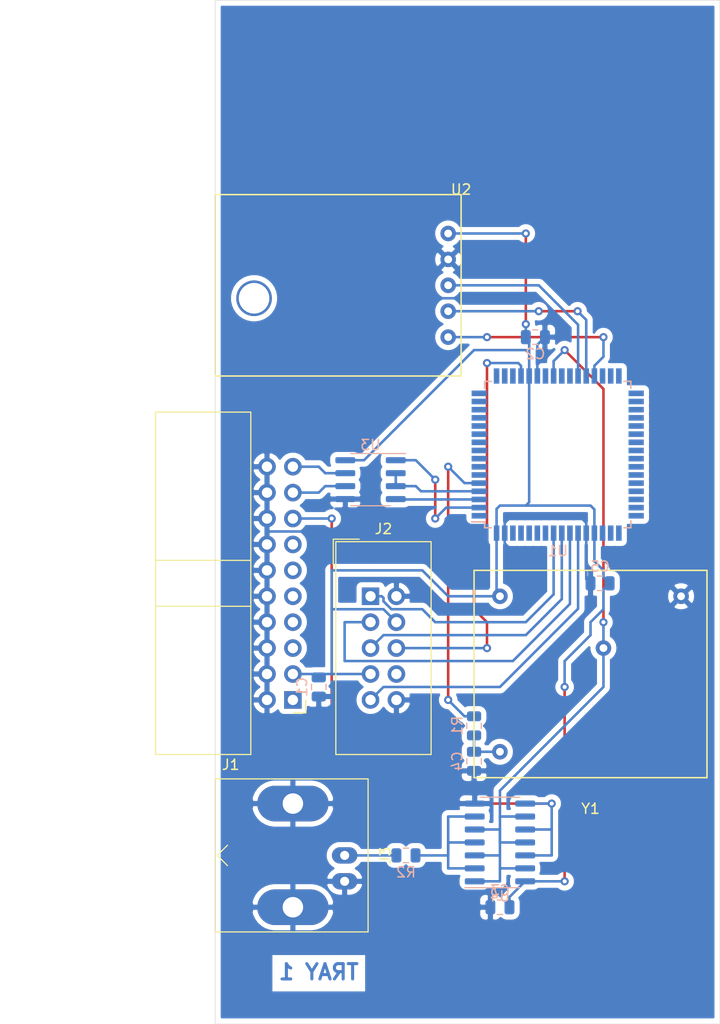
<source format=kicad_pcb>
(kicad_pcb (version 20171130) (host pcbnew 5.1.4)

  (general
    (thickness 1.6)
    (drawings 5)
    (tracks 180)
    (zones 0)
    (modules 15)
    (nets 74)
  )

  (page A4)
  (layers
    (0 F.Cu signal)
    (31 B.Cu signal)
    (32 B.Adhes user)
    (33 F.Adhes user)
    (34 B.Paste user)
    (35 F.Paste user)
    (36 B.SilkS user)
    (37 F.SilkS user)
    (38 B.Mask user)
    (39 F.Mask user)
    (40 Dwgs.User user)
    (41 Cmts.User user)
    (42 Eco1.User user)
    (43 Eco2.User user)
    (44 Edge.Cuts user)
    (45 Margin user)
    (46 B.CrtYd user)
    (47 F.CrtYd user)
    (48 B.Fab user)
    (49 F.Fab user)
  )

  (setup
    (last_trace_width 0.25)
    (trace_clearance 0.2)
    (zone_clearance 0.508)
    (zone_45_only no)
    (trace_min 0.2)
    (via_size 0.8)
    (via_drill 0.4)
    (via_min_size 0.4)
    (via_min_drill 0.3)
    (uvia_size 0.3)
    (uvia_drill 0.1)
    (uvias_allowed no)
    (uvia_min_size 0.2)
    (uvia_min_drill 0.1)
    (edge_width 0.05)
    (segment_width 0.2)
    (pcb_text_width 0.3)
    (pcb_text_size 1.5 1.5)
    (mod_edge_width 0.12)
    (mod_text_size 1 1)
    (mod_text_width 0.15)
    (pad_size 1.524 1.524)
    (pad_drill 0.762)
    (pad_to_mask_clearance 0.051)
    (solder_mask_min_width 0.25)
    (aux_axis_origin 25.4 189.23)
    (visible_elements FFFFFF7F)
    (pcbplotparams
      (layerselection 0x010fc_ffffffff)
      (usegerberextensions false)
      (usegerberattributes false)
      (usegerberadvancedattributes false)
      (creategerberjobfile false)
      (excludeedgelayer true)
      (linewidth 0.100000)
      (plotframeref false)
      (viasonmask false)
      (mode 1)
      (useauxorigin false)
      (hpglpennumber 1)
      (hpglpenspeed 20)
      (hpglpendiameter 15.000000)
      (psnegative false)
      (psa4output false)
      (plotreference true)
      (plotvalue true)
      (plotinvisibletext false)
      (padsonsilk false)
      (subtractmaskfromsilk false)
      (outputformat 1)
      (mirror false)
      (drillshape 1)
      (scaleselection 1)
      (outputdirectory ""))
  )

  (net 0 "")
  (net 1 GND)
  (net 2 VCC)
  (net 3 "Net-(C4-Pad1)")
  (net 4 "Net-(J1-Pad19)")
  (net 5 "Net-(J1-Pad17)")
  (net 6 "Net-(J1-Pad15)")
  (net 7 "Net-(J1-Pad13)")
  (net 8 "Net-(J1-Pad11)")
  (net 9 "Net-(J1-Pad9)")
  (net 10 "Net-(J1-Pad7)")
  (net 11 "Net-(J1-Pad5)")
  (net 12 "Net-(J1-Pad1)")
  (net 13 "Net-(J2-Pad9)")
  (net 14 "Net-(J2-Pad8)")
  (net 15 "Net-(J2-Pad6)")
  (net 16 "Net-(J2-Pad5)")
  (net 17 "Net-(J2-Pad3)")
  (net 18 "Net-(J2-Pad1)")
  (net 19 "Net-(J3-Pad1)")
  (net 20 "Net-(R1-Pad1)")
  (net 21 "Net-(R2-Pad2)")
  (net 22 "Net-(U1-Pad62)")
  (net 23 "Net-(U1-Pad61)")
  (net 24 "Net-(U1-Pad60)")
  (net 25 "Net-(U1-Pad59)")
  (net 26 "Net-(U1-Pad58)")
  (net 27 "Net-(U1-Pad51)")
  (net 28 "Net-(U1-Pad50)")
  (net 29 "Net-(U1-Pad49)")
  (net 30 "Net-(U1-Pad48)")
  (net 31 "Net-(U1-Pad47)")
  (net 32 "Net-(U1-Pad46)")
  (net 33 "Net-(U1-Pad45)")
  (net 34 "Net-(U1-Pad44)")
  (net 35 "Net-(U1-Pad43)")
  (net 36 "Net-(U1-Pad42)")
  (net 37 "Net-(U1-Pad41)")
  (net 38 "Net-(U1-Pad40)")
  (net 39 "Net-(U1-Pad39)")
  (net 40 "Net-(U1-Pad38)")
  (net 41 "Net-(U1-Pad37)")
  (net 42 "Net-(U1-Pad36)")
  (net 43 "Net-(U1-Pad35)")
  (net 44 "Net-(U1-Pad34)")
  (net 45 "Net-(U1-Pad33)")
  (net 46 "Net-(U1-Pad32)")
  (net 47 "Net-(U1-Pad31)")
  (net 48 "Net-(U1-Pad30)")
  (net 49 "Net-(U1-Pad29)")
  (net 50 "Net-(U1-Pad28)")
  (net 51 "Net-(U1-Pad27)")
  (net 52 "Net-(U1-Pad26)")
  (net 53 "Net-(U1-Pad25)")
  (net 54 "Net-(U1-Pad24)")
  (net 55 "Net-(U1-Pad23)")
  (net 56 "Net-(U1-Pad19)")
  (net 57 "Net-(U1-Pad18)")
  (net 58 "Net-(U1-Pad17)")
  (net 59 "Net-(U1-Pad16)")
  (net 60 "Net-(U1-Pad15)")
  (net 61 "Net-(U1-Pad14)")
  (net 62 "Net-(U1-Pad13)")
  (net 63 "Net-(U1-Pad12)")
  (net 64 "Net-(U1-Pad11)")
  (net 65 "Net-(U1-Pad10)")
  (net 66 "Net-(U1-Pad9)")
  (net 67 "Net-(U1-Pad8)")
  (net 68 "Net-(U1-Pad7)")
  (net 69 "Net-(U1-Pad6)")
  (net 70 "Net-(U1-Pad4)")
  (net 71 "Net-(U1-Pad3)")
  (net 72 "Net-(U1-Pad2)")
  (net 73 "Net-(U1-Pad1)")

  (net_class Default "This is the default net class."
    (clearance 0.2)
    (trace_width 0.25)
    (via_dia 0.8)
    (via_drill 0.4)
    (uvia_dia 0.3)
    (uvia_drill 0.1)
    (add_net GND)
    (add_net "Net-(C4-Pad1)")
    (add_net "Net-(J1-Pad1)")
    (add_net "Net-(J1-Pad11)")
    (add_net "Net-(J1-Pad13)")
    (add_net "Net-(J1-Pad15)")
    (add_net "Net-(J1-Pad17)")
    (add_net "Net-(J1-Pad19)")
    (add_net "Net-(J1-Pad5)")
    (add_net "Net-(J1-Pad7)")
    (add_net "Net-(J1-Pad9)")
    (add_net "Net-(J2-Pad1)")
    (add_net "Net-(J2-Pad3)")
    (add_net "Net-(J2-Pad5)")
    (add_net "Net-(J2-Pad6)")
    (add_net "Net-(J2-Pad8)")
    (add_net "Net-(J2-Pad9)")
    (add_net "Net-(J3-Pad1)")
    (add_net "Net-(R1-Pad1)")
    (add_net "Net-(R2-Pad2)")
    (add_net "Net-(U1-Pad1)")
    (add_net "Net-(U1-Pad10)")
    (add_net "Net-(U1-Pad11)")
    (add_net "Net-(U1-Pad12)")
    (add_net "Net-(U1-Pad13)")
    (add_net "Net-(U1-Pad14)")
    (add_net "Net-(U1-Pad15)")
    (add_net "Net-(U1-Pad16)")
    (add_net "Net-(U1-Pad17)")
    (add_net "Net-(U1-Pad18)")
    (add_net "Net-(U1-Pad19)")
    (add_net "Net-(U1-Pad2)")
    (add_net "Net-(U1-Pad23)")
    (add_net "Net-(U1-Pad24)")
    (add_net "Net-(U1-Pad25)")
    (add_net "Net-(U1-Pad26)")
    (add_net "Net-(U1-Pad27)")
    (add_net "Net-(U1-Pad28)")
    (add_net "Net-(U1-Pad29)")
    (add_net "Net-(U1-Pad3)")
    (add_net "Net-(U1-Pad30)")
    (add_net "Net-(U1-Pad31)")
    (add_net "Net-(U1-Pad32)")
    (add_net "Net-(U1-Pad33)")
    (add_net "Net-(U1-Pad34)")
    (add_net "Net-(U1-Pad35)")
    (add_net "Net-(U1-Pad36)")
    (add_net "Net-(U1-Pad37)")
    (add_net "Net-(U1-Pad38)")
    (add_net "Net-(U1-Pad39)")
    (add_net "Net-(U1-Pad4)")
    (add_net "Net-(U1-Pad40)")
    (add_net "Net-(U1-Pad41)")
    (add_net "Net-(U1-Pad42)")
    (add_net "Net-(U1-Pad43)")
    (add_net "Net-(U1-Pad44)")
    (add_net "Net-(U1-Pad45)")
    (add_net "Net-(U1-Pad46)")
    (add_net "Net-(U1-Pad47)")
    (add_net "Net-(U1-Pad48)")
    (add_net "Net-(U1-Pad49)")
    (add_net "Net-(U1-Pad50)")
    (add_net "Net-(U1-Pad51)")
    (add_net "Net-(U1-Pad58)")
    (add_net "Net-(U1-Pad59)")
    (add_net "Net-(U1-Pad6)")
    (add_net "Net-(U1-Pad60)")
    (add_net "Net-(U1-Pad61)")
    (add_net "Net-(U1-Pad62)")
    (add_net "Net-(U1-Pad7)")
    (add_net "Net-(U1-Pad8)")
    (add_net "Net-(U1-Pad9)")
    (add_net VCC)
  )

  (module TCXO:TCXO (layer F.Cu) (tedit 5DEE849F) (tstamp 5DEEB728)
    (at 62.23 167.64)
    (path /5DF59AF3)
    (fp_text reference Y1 (at 0 0.5) (layer F.SilkS)
      (effects (font (size 1 1) (thickness 0.15)))
    )
    (fp_text value TXCO (at 0 -0.5) (layer F.Fab)
      (effects (font (size 1 1) (thickness 0.15)))
    )
    (fp_line (start 11.43 -22.86) (end 11.43 -2.54) (layer F.SilkS) (width 0.15))
    (fp_line (start -11.43 -22.86) (end 11.43 -22.86) (layer F.SilkS) (width 0.15))
    (fp_line (start -11.43 -2.54) (end -11.43 -22.86) (layer F.SilkS) (width 0.15))
    (fp_line (start 11.43 -2.54) (end -11.43 -2.54) (layer F.SilkS) (width 0.15))
    (pad 4 thru_hole circle (at 1.27 -15.24) (size 1.524 1.524) (drill 0.762) (layers *.Cu *.Mask)
      (net 54 "Net-(U1-Pad24)"))
    (pad 3 thru_hole circle (at -8.89 -5.08) (size 1.524 1.524) (drill 0.762) (layers *.Cu *.Mask)
      (net 3 "Net-(C4-Pad1)"))
    (pad 2 thru_hole circle (at 8.89 -20.32) (size 1.524 1.524) (drill 0.762) (layers *.Cu *.Mask)
      (net 1 GND))
    (pad 1 thru_hole circle (at -8.89 -20.32) (size 1.524 1.524) (drill 0.762) (layers *.Cu *.Mask)
      (net 2 VCC))
  )

  (module Package_SO:SOIC-14_3.9x8.7mm_P1.27mm (layer B.Cu) (tedit 5D9F72B1) (tstamp 5DEEB71C)
    (at 53.34 171.45)
    (descr "SOIC, 14 Pin (JEDEC MS-012AB, https://www.analog.com/media/en/package-pcb-resources/package/pkg_pdf/soic_narrow-r/r_14.pdf), generated with kicad-footprint-generator ipc_gullwing_generator.py")
    (tags "SOIC SO")
    (path /5DFAD4D7)
    (attr smd)
    (fp_text reference U4 (at 0 5.28) (layer B.SilkS)
      (effects (font (size 1 1) (thickness 0.15)) (justify mirror))
    )
    (fp_text value 74HC04 (at 0 -5.28) (layer B.Fab)
      (effects (font (size 1 1) (thickness 0.15)) (justify mirror))
    )
    (fp_text user %R (at 0 0) (layer F.Fab)
      (effects (font (size 0.98 0.98) (thickness 0.15)))
    )
    (fp_line (start 3.7 4.58) (end -3.7 4.58) (layer B.CrtYd) (width 0.05))
    (fp_line (start 3.7 -4.58) (end 3.7 4.58) (layer B.CrtYd) (width 0.05))
    (fp_line (start -3.7 -4.58) (end 3.7 -4.58) (layer B.CrtYd) (width 0.05))
    (fp_line (start -3.7 4.58) (end -3.7 -4.58) (layer B.CrtYd) (width 0.05))
    (fp_line (start -1.95 3.35) (end -0.975 4.325) (layer B.Fab) (width 0.1))
    (fp_line (start -1.95 -4.325) (end -1.95 3.35) (layer B.Fab) (width 0.1))
    (fp_line (start 1.95 -4.325) (end -1.95 -4.325) (layer B.Fab) (width 0.1))
    (fp_line (start 1.95 4.325) (end 1.95 -4.325) (layer B.Fab) (width 0.1))
    (fp_line (start -0.975 4.325) (end 1.95 4.325) (layer B.Fab) (width 0.1))
    (fp_line (start 0 4.435) (end -3.45 4.435) (layer B.SilkS) (width 0.12))
    (fp_line (start 0 4.435) (end 1.95 4.435) (layer B.SilkS) (width 0.12))
    (fp_line (start 0 -4.435) (end -1.95 -4.435) (layer B.SilkS) (width 0.12))
    (fp_line (start 0 -4.435) (end 1.95 -4.435) (layer B.SilkS) (width 0.12))
    (pad 14 smd roundrect (at 2.475 3.81) (size 1.95 0.6) (layers B.Cu B.Paste B.Mask) (roundrect_rratio 0.25)
      (net 2 VCC))
    (pad 13 smd roundrect (at 2.475 2.54) (size 1.95 0.6) (layers B.Cu B.Paste B.Mask) (roundrect_rratio 0.25)
      (net 54 "Net-(U1-Pad24)"))
    (pad 12 smd roundrect (at 2.475 1.27) (size 1.95 0.6) (layers B.Cu B.Paste B.Mask) (roundrect_rratio 0.25)
      (net 6 "Net-(J1-Pad15)"))
    (pad 11 smd roundrect (at 2.475 0) (size 1.95 0.6) (layers B.Cu B.Paste B.Mask) (roundrect_rratio 0.25)
      (net 54 "Net-(U1-Pad24)"))
    (pad 10 smd roundrect (at 2.475 -1.27) (size 1.95 0.6) (layers B.Cu B.Paste B.Mask) (roundrect_rratio 0.25)
      (net 6 "Net-(J1-Pad15)"))
    (pad 9 smd roundrect (at 2.475 -2.54) (size 1.95 0.6) (layers B.Cu B.Paste B.Mask) (roundrect_rratio 0.25)
      (net 54 "Net-(U1-Pad24)"))
    (pad 8 smd roundrect (at 2.475 -3.81) (size 1.95 0.6) (layers B.Cu B.Paste B.Mask) (roundrect_rratio 0.25)
      (net 6 "Net-(J1-Pad15)"))
    (pad 7 smd roundrect (at -2.475 -3.81) (size 1.95 0.6) (layers B.Cu B.Paste B.Mask) (roundrect_rratio 0.25)
      (net 1 GND))
    (pad 6 smd roundrect (at -2.475 -2.54) (size 1.95 0.6) (layers B.Cu B.Paste B.Mask) (roundrect_rratio 0.25)
      (net 21 "Net-(R2-Pad2)"))
    (pad 5 smd roundrect (at -2.475 -1.27) (size 1.95 0.6) (layers B.Cu B.Paste B.Mask) (roundrect_rratio 0.25)
      (net 54 "Net-(U1-Pad24)"))
    (pad 4 smd roundrect (at -2.475 0) (size 1.95 0.6) (layers B.Cu B.Paste B.Mask) (roundrect_rratio 0.25)
      (net 21 "Net-(R2-Pad2)"))
    (pad 3 smd roundrect (at -2.475 1.27) (size 1.95 0.6) (layers B.Cu B.Paste B.Mask) (roundrect_rratio 0.25)
      (net 54 "Net-(U1-Pad24)"))
    (pad 2 smd roundrect (at -2.475 2.54) (size 1.95 0.6) (layers B.Cu B.Paste B.Mask) (roundrect_rratio 0.25)
      (net 21 "Net-(R2-Pad2)"))
    (pad 1 smd roundrect (at -2.475 3.81) (size 1.95 0.6) (layers B.Cu B.Paste B.Mask) (roundrect_rratio 0.25)
      (net 54 "Net-(U1-Pad24)"))
    (model ${KISYS3DMOD}/Package_SO.3dshapes/SOIC-14_3.9x8.7mm_P1.27mm.wrl
      (at (xyz 0 0 0))
      (scale (xyz 1 1 1))
      (rotate (xyz 0 0 0))
    )
  )

  (module Package_SO:SOIC-8_3.9x4.9mm_P1.27mm (layer B.Cu) (tedit 5D9F72B1) (tstamp 5DEEB6FC)
    (at 40.64 135.89 180)
    (descr "SOIC, 8 Pin (JEDEC MS-012AA, https://www.analog.com/media/en/package-pcb-resources/package/pkg_pdf/soic_narrow-r/r_8.pdf), generated with kicad-footprint-generator ipc_gullwing_generator.py")
    (tags "SOIC SO")
    (path /5DF5B25C)
    (attr smd)
    (fp_text reference U3 (at 0 3.4) (layer B.SilkS)
      (effects (font (size 1 1) (thickness 0.15)) (justify mirror))
    )
    (fp_text value ST485EBDR (at 0 -3.4) (layer B.Fab)
      (effects (font (size 1 1) (thickness 0.15)) (justify mirror))
    )
    (fp_text user %R (at 0 0) (layer B.Fab)
      (effects (font (size 0.98 0.98) (thickness 0.15)) (justify mirror))
    )
    (fp_line (start 3.7 2.7) (end -3.7 2.7) (layer B.CrtYd) (width 0.05))
    (fp_line (start 3.7 -2.7) (end 3.7 2.7) (layer B.CrtYd) (width 0.05))
    (fp_line (start -3.7 -2.7) (end 3.7 -2.7) (layer B.CrtYd) (width 0.05))
    (fp_line (start -3.7 2.7) (end -3.7 -2.7) (layer B.CrtYd) (width 0.05))
    (fp_line (start -1.95 1.475) (end -0.975 2.45) (layer B.Fab) (width 0.1))
    (fp_line (start -1.95 -2.45) (end -1.95 1.475) (layer B.Fab) (width 0.1))
    (fp_line (start 1.95 -2.45) (end -1.95 -2.45) (layer B.Fab) (width 0.1))
    (fp_line (start 1.95 2.45) (end 1.95 -2.45) (layer B.Fab) (width 0.1))
    (fp_line (start -0.975 2.45) (end 1.95 2.45) (layer B.Fab) (width 0.1))
    (fp_line (start 0 2.56) (end -3.45 2.56) (layer B.SilkS) (width 0.12))
    (fp_line (start 0 2.56) (end 1.95 2.56) (layer B.SilkS) (width 0.12))
    (fp_line (start 0 -2.56) (end -1.95 -2.56) (layer B.SilkS) (width 0.12))
    (fp_line (start 0 -2.56) (end 1.95 -2.56) (layer B.SilkS) (width 0.12))
    (pad 8 smd roundrect (at 2.475 1.905 180) (size 1.95 0.6) (layers B.Cu B.Paste B.Mask) (roundrect_rratio 0.25)
      (net 2 VCC))
    (pad 7 smd roundrect (at 2.475 0.635 180) (size 1.95 0.6) (layers B.Cu B.Paste B.Mask) (roundrect_rratio 0.25)
      (net 4 "Net-(J1-Pad19)"))
    (pad 6 smd roundrect (at 2.475 -0.635 180) (size 1.95 0.6) (layers B.Cu B.Paste B.Mask) (roundrect_rratio 0.25)
      (net 5 "Net-(J1-Pad17)"))
    (pad 5 smd roundrect (at 2.475 -1.905 180) (size 1.95 0.6) (layers B.Cu B.Paste B.Mask) (roundrect_rratio 0.25)
      (net 1 GND))
    (pad 4 smd roundrect (at -2.475 -1.905 180) (size 1.95 0.6) (layers B.Cu B.Paste B.Mask) (roundrect_rratio 0.25)
      (net 71 "Net-(U1-Pad3)"))
    (pad 3 smd roundrect (at -2.475 -0.635 180) (size 1.95 0.6) (layers B.Cu B.Paste B.Mask) (roundrect_rratio 0.25)
      (net 70 "Net-(U1-Pad4)"))
    (pad 2 smd roundrect (at -2.475 0.635 180) (size 1.95 0.6) (layers B.Cu B.Paste B.Mask) (roundrect_rratio 0.25)
      (net 70 "Net-(U1-Pad4)"))
    (pad 1 smd roundrect (at -2.475 1.905 180) (size 1.95 0.6) (layers B.Cu B.Paste B.Mask) (roundrect_rratio 0.25)
      (net 72 "Net-(U1-Pad2)"))
    (model ${KISYS3DMOD}/Package_SO.3dshapes/SOIC-8_3.9x4.9mm_P1.27mm.wrl
      (at (xyz 0 0 0))
      (scale (xyz 1 1 1))
      (rotate (xyz 0 0 0))
    )
  )

  (module TCXO:GPS (layer F.Cu) (tedit 5DEE8857) (tstamp 5DEEB6E2)
    (at 49.53 107.95 180)
    (path /5DF5758F)
    (fp_text reference U2 (at 0 0.5) (layer F.SilkS)
      (effects (font (size 1 1) (thickness 0.15)))
    )
    (fp_text value GPS (at 0 -0.5) (layer F.Fab)
      (effects (font (size 1 1) (thickness 0.15)))
    )
    (fp_line (start 24.13 0) (end 0 0) (layer F.SilkS) (width 0.15))
    (fp_line (start 24.13 -17.78) (end 24.13 0) (layer F.SilkS) (width 0.15))
    (fp_line (start 0 -17.78) (end 24.13 -17.78) (layer F.SilkS) (width 0.15))
    (fp_line (start 0 0) (end 0 -17.78) (layer F.SilkS) (width 0.15))
    (pad "" thru_hole circle (at 20.32 -10.16 180) (size 3.5 3.5) (drill 3) (layers *.Cu *.Mask))
    (pad 5 thru_hole circle (at 1.27 -3.81 180) (size 1.524 1.524) (drill 0.762) (layers *.Cu *.Mask)
      (net 2 VCC))
    (pad 4 thru_hole circle (at 1.27 -6.35 180) (size 1.524 1.524) (drill 0.762) (layers *.Cu *.Mask)
      (net 1 GND))
    (pad 3 thru_hole circle (at 1.27 -8.89 180) (size 1.524 1.524) (drill 0.762) (layers *.Cu *.Mask)
      (net 51 "Net-(U1-Pad27)"))
    (pad 2 thru_hole circle (at 1.27 -11.43 180) (size 1.524 1.524) (drill 0.762) (layers *.Cu *.Mask)
      (net 50 "Net-(U1-Pad28)"))
    (pad 1 thru_hole circle (at 1.27 -13.97 180) (size 1.524 1.524) (drill 0.762) (layers *.Cu *.Mask)
      (net 49 "Net-(U1-Pad29)"))
  )

  (module Package_QFP:TQFP-64_14x14mm_P0.8mm (layer B.Cu) (tedit 5A02F146) (tstamp 5DEEB6D4)
    (at 59.01 133.43)
    (descr "64-Lead Plastic Thin Quad Flatpack (PF) - 14x14x1 mm Body, 2.00 mm [TQFP] (see Microchip Packaging Specification 00000049BS.pdf)")
    (tags "QFP 0.8")
    (path /5DF57F0B)
    (attr smd)
    (fp_text reference U1 (at 0 9.45) (layer B.SilkS)
      (effects (font (size 1 1) (thickness 0.15)) (justify mirror))
    )
    (fp_text value ATmega128-16AU (at 0 -9.45) (layer B.Fab)
      (effects (font (size 1 1) (thickness 0.15)) (justify mirror))
    )
    (fp_line (start -7.175 6.6) (end -8.45 6.6) (layer B.SilkS) (width 0.15))
    (fp_line (start 7.175 7.175) (end 6.5 7.175) (layer B.SilkS) (width 0.15))
    (fp_line (start 7.175 -7.175) (end 6.5 -7.175) (layer B.SilkS) (width 0.15))
    (fp_line (start -7.175 -7.175) (end -6.5 -7.175) (layer B.SilkS) (width 0.15))
    (fp_line (start -7.175 7.175) (end -6.5 7.175) (layer B.SilkS) (width 0.15))
    (fp_line (start -7.175 -7.175) (end -7.175 -6.5) (layer B.SilkS) (width 0.15))
    (fp_line (start 7.175 -7.175) (end 7.175 -6.5) (layer B.SilkS) (width 0.15))
    (fp_line (start 7.175 7.175) (end 7.175 6.5) (layer B.SilkS) (width 0.15))
    (fp_line (start -7.175 7.175) (end -7.175 6.6) (layer B.SilkS) (width 0.15))
    (fp_line (start -8.7 -8.7) (end 8.7 -8.7) (layer B.CrtYd) (width 0.05))
    (fp_line (start -8.7 8.7) (end 8.7 8.7) (layer B.CrtYd) (width 0.05))
    (fp_line (start 8.7 8.7) (end 8.7 -8.7) (layer B.CrtYd) (width 0.05))
    (fp_line (start -8.7 8.7) (end -8.7 -8.7) (layer B.CrtYd) (width 0.05))
    (fp_line (start -7 6) (end -6 7) (layer B.Fab) (width 0.15))
    (fp_line (start -7 -7) (end -7 6) (layer B.Fab) (width 0.15))
    (fp_line (start 7 -7) (end -7 -7) (layer B.Fab) (width 0.15))
    (fp_line (start 7 7) (end 7 -7) (layer B.Fab) (width 0.15))
    (fp_line (start -6 7) (end 7 7) (layer B.Fab) (width 0.15))
    (fp_text user %R (at 0 0) (layer B.Fab)
      (effects (font (size 1 1) (thickness 0.15)) (justify mirror))
    )
    (pad 64 smd rect (at -6 7.7 270) (size 1.5 0.55) (layers B.Cu B.Paste B.Mask)
      (net 2 VCC))
    (pad 63 smd rect (at -5.2 7.7 270) (size 1.5 0.55) (layers B.Cu B.Paste B.Mask)
      (net 1 GND))
    (pad 62 smd rect (at -4.4 7.7 270) (size 1.5 0.55) (layers B.Cu B.Paste B.Mask)
      (net 22 "Net-(U1-Pad62)"))
    (pad 61 smd rect (at -3.6 7.7 270) (size 1.5 0.55) (layers B.Cu B.Paste B.Mask)
      (net 23 "Net-(U1-Pad61)"))
    (pad 60 smd rect (at -2.8 7.7 270) (size 1.5 0.55) (layers B.Cu B.Paste B.Mask)
      (net 24 "Net-(U1-Pad60)"))
    (pad 59 smd rect (at -2 7.7 270) (size 1.5 0.55) (layers B.Cu B.Paste B.Mask)
      (net 25 "Net-(U1-Pad59)"))
    (pad 58 smd rect (at -1.2 7.7 270) (size 1.5 0.55) (layers B.Cu B.Paste B.Mask)
      (net 26 "Net-(U1-Pad58)"))
    (pad 57 smd rect (at -0.4 7.7 270) (size 1.5 0.55) (layers B.Cu B.Paste B.Mask)
      (net 18 "Net-(J2-Pad1)"))
    (pad 56 smd rect (at 0.4 7.7 270) (size 1.5 0.55) (layers B.Cu B.Paste B.Mask)
      (net 16 "Net-(J2-Pad5)"))
    (pad 55 smd rect (at 1.2 7.7 270) (size 1.5 0.55) (layers B.Cu B.Paste B.Mask)
      (net 17 "Net-(J2-Pad3)"))
    (pad 54 smd rect (at 2 7.7 270) (size 1.5 0.55) (layers B.Cu B.Paste B.Mask)
      (net 13 "Net-(J2-Pad9)"))
    (pad 53 smd rect (at 2.8 7.7 270) (size 1.5 0.55) (layers B.Cu B.Paste B.Mask)
      (net 1 GND))
    (pad 52 smd rect (at 3.6 7.7 270) (size 1.5 0.55) (layers B.Cu B.Paste B.Mask)
      (net 2 VCC))
    (pad 51 smd rect (at 4.4 7.7 270) (size 1.5 0.55) (layers B.Cu B.Paste B.Mask)
      (net 27 "Net-(U1-Pad51)"))
    (pad 50 smd rect (at 5.2 7.7 270) (size 1.5 0.55) (layers B.Cu B.Paste B.Mask)
      (net 28 "Net-(U1-Pad50)"))
    (pad 49 smd rect (at 6 7.7 270) (size 1.5 0.55) (layers B.Cu B.Paste B.Mask)
      (net 29 "Net-(U1-Pad49)"))
    (pad 48 smd rect (at 7.7 6) (size 1.5 0.55) (layers B.Cu B.Paste B.Mask)
      (net 30 "Net-(U1-Pad48)"))
    (pad 47 smd rect (at 7.7 5.2) (size 1.5 0.55) (layers B.Cu B.Paste B.Mask)
      (net 31 "Net-(U1-Pad47)"))
    (pad 46 smd rect (at 7.7 4.4) (size 1.5 0.55) (layers B.Cu B.Paste B.Mask)
      (net 32 "Net-(U1-Pad46)"))
    (pad 45 smd rect (at 7.7 3.6) (size 1.5 0.55) (layers B.Cu B.Paste B.Mask)
      (net 33 "Net-(U1-Pad45)"))
    (pad 44 smd rect (at 7.7 2.8) (size 1.5 0.55) (layers B.Cu B.Paste B.Mask)
      (net 34 "Net-(U1-Pad44)"))
    (pad 43 smd rect (at 7.7 2) (size 1.5 0.55) (layers B.Cu B.Paste B.Mask)
      (net 35 "Net-(U1-Pad43)"))
    (pad 42 smd rect (at 7.7 1.2) (size 1.5 0.55) (layers B.Cu B.Paste B.Mask)
      (net 36 "Net-(U1-Pad42)"))
    (pad 41 smd rect (at 7.7 0.4) (size 1.5 0.55) (layers B.Cu B.Paste B.Mask)
      (net 37 "Net-(U1-Pad41)"))
    (pad 40 smd rect (at 7.7 -0.4) (size 1.5 0.55) (layers B.Cu B.Paste B.Mask)
      (net 38 "Net-(U1-Pad40)"))
    (pad 39 smd rect (at 7.7 -1.2) (size 1.5 0.55) (layers B.Cu B.Paste B.Mask)
      (net 39 "Net-(U1-Pad39)"))
    (pad 38 smd rect (at 7.7 -2) (size 1.5 0.55) (layers B.Cu B.Paste B.Mask)
      (net 40 "Net-(U1-Pad38)"))
    (pad 37 smd rect (at 7.7 -2.8) (size 1.5 0.55) (layers B.Cu B.Paste B.Mask)
      (net 41 "Net-(U1-Pad37)"))
    (pad 36 smd rect (at 7.7 -3.6) (size 1.5 0.55) (layers B.Cu B.Paste B.Mask)
      (net 42 "Net-(U1-Pad36)"))
    (pad 35 smd rect (at 7.7 -4.4) (size 1.5 0.55) (layers B.Cu B.Paste B.Mask)
      (net 43 "Net-(U1-Pad35)"))
    (pad 34 smd rect (at 7.7 -5.2) (size 1.5 0.55) (layers B.Cu B.Paste B.Mask)
      (net 44 "Net-(U1-Pad34)"))
    (pad 33 smd rect (at 7.7 -6) (size 1.5 0.55) (layers B.Cu B.Paste B.Mask)
      (net 45 "Net-(U1-Pad33)"))
    (pad 32 smd rect (at 6 -7.7 270) (size 1.5 0.55) (layers B.Cu B.Paste B.Mask)
      (net 46 "Net-(U1-Pad32)"))
    (pad 31 smd rect (at 5.2 -7.7 270) (size 1.5 0.55) (layers B.Cu B.Paste B.Mask)
      (net 47 "Net-(U1-Pad31)"))
    (pad 30 smd rect (at 4.4 -7.7 270) (size 1.5 0.55) (layers B.Cu B.Paste B.Mask)
      (net 48 "Net-(U1-Pad30)"))
    (pad 29 smd rect (at 3.6 -7.7 270) (size 1.5 0.55) (layers B.Cu B.Paste B.Mask)
      (net 49 "Net-(U1-Pad29)"))
    (pad 28 smd rect (at 2.8 -7.7 270) (size 1.5 0.55) (layers B.Cu B.Paste B.Mask)
      (net 50 "Net-(U1-Pad28)"))
    (pad 27 smd rect (at 2 -7.7 270) (size 1.5 0.55) (layers B.Cu B.Paste B.Mask)
      (net 51 "Net-(U1-Pad27)"))
    (pad 26 smd rect (at 1.2 -7.7 270) (size 1.5 0.55) (layers B.Cu B.Paste B.Mask)
      (net 52 "Net-(U1-Pad26)"))
    (pad 25 smd rect (at 0.4 -7.7 270) (size 1.5 0.55) (layers B.Cu B.Paste B.Mask)
      (net 53 "Net-(U1-Pad25)"))
    (pad 24 smd rect (at -0.4 -7.7 270) (size 1.5 0.55) (layers B.Cu B.Paste B.Mask)
      (net 54 "Net-(U1-Pad24)"))
    (pad 23 smd rect (at -1.2 -7.7 270) (size 1.5 0.55) (layers B.Cu B.Paste B.Mask)
      (net 55 "Net-(U1-Pad23)"))
    (pad 22 smd rect (at -2 -7.7 270) (size 1.5 0.55) (layers B.Cu B.Paste B.Mask)
      (net 1 GND))
    (pad 21 smd rect (at -2.8 -7.7 270) (size 1.5 0.55) (layers B.Cu B.Paste B.Mask)
      (net 2 VCC))
    (pad 20 smd rect (at -3.6 -7.7 270) (size 1.5 0.55) (layers B.Cu B.Paste B.Mask)
      (net 15 "Net-(J2-Pad6)"))
    (pad 19 smd rect (at -4.4 -7.7 270) (size 1.5 0.55) (layers B.Cu B.Paste B.Mask)
      (net 56 "Net-(U1-Pad19)"))
    (pad 18 smd rect (at -5.2 -7.7 270) (size 1.5 0.55) (layers B.Cu B.Paste B.Mask)
      (net 57 "Net-(U1-Pad18)"))
    (pad 17 smd rect (at -6 -7.7 270) (size 1.5 0.55) (layers B.Cu B.Paste B.Mask)
      (net 58 "Net-(U1-Pad17)"))
    (pad 16 smd rect (at -7.7 -6) (size 1.5 0.55) (layers B.Cu B.Paste B.Mask)
      (net 59 "Net-(U1-Pad16)"))
    (pad 15 smd rect (at -7.7 -5.2) (size 1.5 0.55) (layers B.Cu B.Paste B.Mask)
      (net 60 "Net-(U1-Pad15)"))
    (pad 14 smd rect (at -7.7 -4.4) (size 1.5 0.55) (layers B.Cu B.Paste B.Mask)
      (net 61 "Net-(U1-Pad14)"))
    (pad 13 smd rect (at -7.7 -3.6) (size 1.5 0.55) (layers B.Cu B.Paste B.Mask)
      (net 62 "Net-(U1-Pad13)"))
    (pad 12 smd rect (at -7.7 -2.8) (size 1.5 0.55) (layers B.Cu B.Paste B.Mask)
      (net 63 "Net-(U1-Pad12)"))
    (pad 11 smd rect (at -7.7 -2) (size 1.5 0.55) (layers B.Cu B.Paste B.Mask)
      (net 64 "Net-(U1-Pad11)"))
    (pad 10 smd rect (at -7.7 -1.2) (size 1.5 0.55) (layers B.Cu B.Paste B.Mask)
      (net 65 "Net-(U1-Pad10)"))
    (pad 9 smd rect (at -7.7 -0.4) (size 1.5 0.55) (layers B.Cu B.Paste B.Mask)
      (net 66 "Net-(U1-Pad9)"))
    (pad 8 smd rect (at -7.7 0.4) (size 1.5 0.55) (layers B.Cu B.Paste B.Mask)
      (net 67 "Net-(U1-Pad8)"))
    (pad 7 smd rect (at -7.7 1.2) (size 1.5 0.55) (layers B.Cu B.Paste B.Mask)
      (net 68 "Net-(U1-Pad7)"))
    (pad 6 smd rect (at -7.7 2) (size 1.5 0.55) (layers B.Cu B.Paste B.Mask)
      (net 69 "Net-(U1-Pad6)"))
    (pad 5 smd rect (at -7.7 2.8) (size 1.5 0.55) (layers B.Cu B.Paste B.Mask)
      (net 20 "Net-(R1-Pad1)"))
    (pad 4 smd rect (at -7.7 3.6) (size 1.5 0.55) (layers B.Cu B.Paste B.Mask)
      (net 70 "Net-(U1-Pad4)"))
    (pad 3 smd rect (at -7.7 4.4) (size 1.5 0.55) (layers B.Cu B.Paste B.Mask)
      (net 71 "Net-(U1-Pad3)"))
    (pad 2 smd rect (at -7.7 5.2) (size 1.5 0.55) (layers B.Cu B.Paste B.Mask)
      (net 72 "Net-(U1-Pad2)"))
    (pad 1 smd rect (at -7.7 6) (size 1.5 0.55) (layers B.Cu B.Paste B.Mask)
      (net 73 "Net-(U1-Pad1)"))
    (model ${KISYS3DMOD}/Package_QFP.3dshapes/TQFP-64_14x14mm_P0.8mm.wrl
      (at (xyz 0 0 0))
      (scale (xyz 1 1 1))
      (rotate (xyz 0 0 0))
    )
  )

  (module Resistor_SMD:R_0805_2012Metric (layer B.Cu) (tedit 5B36C52B) (tstamp 5DEEB67D)
    (at 44.1175 172.72)
    (descr "Resistor SMD 0805 (2012 Metric), square (rectangular) end terminal, IPC_7351 nominal, (Body size source: https://docs.google.com/spreadsheets/d/1BsfQQcO9C6DZCsRaXUlFlo91Tg2WpOkGARC1WS5S8t0/edit?usp=sharing), generated with kicad-footprint-generator")
    (tags resistor)
    (path /5DFD2315)
    (attr smd)
    (fp_text reference R2 (at 0 1.65) (layer B.SilkS)
      (effects (font (size 1 1) (thickness 0.15)) (justify mirror))
    )
    (fp_text value 50 (at 0 -1.65) (layer B.Fab)
      (effects (font (size 1 1) (thickness 0.15)) (justify mirror))
    )
    (fp_text user %R (at 0 0) (layer B.Fab)
      (effects (font (size 0.5 0.5) (thickness 0.08)) (justify mirror))
    )
    (fp_line (start 1.68 -0.95) (end -1.68 -0.95) (layer B.CrtYd) (width 0.05))
    (fp_line (start 1.68 0.95) (end 1.68 -0.95) (layer B.CrtYd) (width 0.05))
    (fp_line (start -1.68 0.95) (end 1.68 0.95) (layer B.CrtYd) (width 0.05))
    (fp_line (start -1.68 -0.95) (end -1.68 0.95) (layer B.CrtYd) (width 0.05))
    (fp_line (start -0.258578 -0.71) (end 0.258578 -0.71) (layer B.SilkS) (width 0.12))
    (fp_line (start -0.258578 0.71) (end 0.258578 0.71) (layer B.SilkS) (width 0.12))
    (fp_line (start 1 -0.6) (end -1 -0.6) (layer B.Fab) (width 0.1))
    (fp_line (start 1 0.6) (end 1 -0.6) (layer B.Fab) (width 0.1))
    (fp_line (start -1 0.6) (end 1 0.6) (layer B.Fab) (width 0.1))
    (fp_line (start -1 -0.6) (end -1 0.6) (layer B.Fab) (width 0.1))
    (pad 2 smd roundrect (at 0.9375 0) (size 0.975 1.4) (layers B.Cu B.Paste B.Mask) (roundrect_rratio 0.25)
      (net 21 "Net-(R2-Pad2)"))
    (pad 1 smd roundrect (at -0.9375 0) (size 0.975 1.4) (layers B.Cu B.Paste B.Mask) (roundrect_rratio 0.25)
      (net 19 "Net-(J3-Pad1)"))
    (model ${KISYS3DMOD}/Resistor_SMD.3dshapes/R_0805_2012Metric.wrl
      (at (xyz 0 0 0))
      (scale (xyz 1 1 1))
      (rotate (xyz 0 0 0))
    )
  )

  (module Resistor_SMD:R_0805_2012Metric (layer B.Cu) (tedit 5B36C52B) (tstamp 5DEEB66C)
    (at 50.8 160.02 270)
    (descr "Resistor SMD 0805 (2012 Metric), square (rectangular) end terminal, IPC_7351 nominal, (Body size source: https://docs.google.com/spreadsheets/d/1BsfQQcO9C6DZCsRaXUlFlo91Tg2WpOkGARC1WS5S8t0/edit?usp=sharing), generated with kicad-footprint-generator")
    (tags resistor)
    (path /5DFA2583)
    (attr smd)
    (fp_text reference R1 (at 0 1.65 90) (layer B.SilkS)
      (effects (font (size 1 1) (thickness 0.15)) (justify mirror))
    )
    (fp_text value 10k (at 0 -1.65 90) (layer B.Fab)
      (effects (font (size 1 1) (thickness 0.15)) (justify mirror))
    )
    (fp_text user %R (at 0 0 90) (layer B.Fab)
      (effects (font (size 0.5 0.5) (thickness 0.08)) (justify mirror))
    )
    (fp_line (start 1.68 -0.95) (end -1.68 -0.95) (layer B.CrtYd) (width 0.05))
    (fp_line (start 1.68 0.95) (end 1.68 -0.95) (layer B.CrtYd) (width 0.05))
    (fp_line (start -1.68 0.95) (end 1.68 0.95) (layer B.CrtYd) (width 0.05))
    (fp_line (start -1.68 -0.95) (end -1.68 0.95) (layer B.CrtYd) (width 0.05))
    (fp_line (start -0.258578 -0.71) (end 0.258578 -0.71) (layer B.SilkS) (width 0.12))
    (fp_line (start -0.258578 0.71) (end 0.258578 0.71) (layer B.SilkS) (width 0.12))
    (fp_line (start 1 -0.6) (end -1 -0.6) (layer B.Fab) (width 0.1))
    (fp_line (start 1 0.6) (end 1 -0.6) (layer B.Fab) (width 0.1))
    (fp_line (start -1 0.6) (end 1 0.6) (layer B.Fab) (width 0.1))
    (fp_line (start -1 -0.6) (end -1 0.6) (layer B.Fab) (width 0.1))
    (pad 2 smd roundrect (at 0.9375 0 270) (size 0.975 1.4) (layers B.Cu B.Paste B.Mask) (roundrect_rratio 0.25)
      (net 3 "Net-(C4-Pad1)"))
    (pad 1 smd roundrect (at -0.9375 0 270) (size 0.975 1.4) (layers B.Cu B.Paste B.Mask) (roundrect_rratio 0.25)
      (net 20 "Net-(R1-Pad1)"))
    (model ${KISYS3DMOD}/Resistor_SMD.3dshapes/R_0805_2012Metric.wrl
      (at (xyz 0 0 0))
      (scale (xyz 1 1 1))
      (rotate (xyz 0 0 0))
    )
  )

  (module Connector_Coaxial:BNC_Amphenol_B6252HB-NPP3G-50_Horizontal (layer F.Cu) (tedit 5C13907B) (tstamp 5DEEB65B)
    (at 38.1 172.72 90)
    (descr http://www.farnell.com/datasheets/612848.pdf)
    (tags "BNC Amphenol Horizontal")
    (path /5DFD1214)
    (fp_text reference J3 (at 0 4 90) (layer F.SilkS)
      (effects (font (size 1 1) (thickness 0.15)))
    )
    (fp_text value Conn_Coaxial (at 0 6 270) (layer F.Fab)
      (effects (font (size 1 1) (thickness 0.15)))
    )
    (fp_line (start 0 -12.5) (end 1 -11.5) (layer F.SilkS) (width 0.12))
    (fp_line (start 0 -12.5) (end -1 -11.5) (layer F.SilkS) (width 0.12))
    (fp_line (start 7.85 2.7) (end 7.85 -33.8) (layer F.CrtYd) (width 0.05))
    (fp_line (start 7.85 -33.8) (end -7.85 -33.8) (layer F.CrtYd) (width 0.05))
    (fp_line (start -7.85 2.7) (end -7.85 -33.8) (layer F.CrtYd) (width 0.05))
    (fp_line (start -7.85 2.7) (end 7.85 2.7) (layer F.CrtYd) (width 0.05))
    (fp_line (start -7.5 2.3) (end -7.5 -12.7) (layer F.SilkS) (width 0.12))
    (fp_line (start 7.5 2.3) (end -7.5 2.3) (layer F.SilkS) (width 0.12))
    (fp_line (start 7.5 -12.7) (end 7.5 2.3) (layer F.SilkS) (width 0.12))
    (fp_line (start -7.5 -12.7) (end 7.5 -12.7) (layer F.SilkS) (width 0.12))
    (fp_line (start -5 -14) (end 5 -15) (layer F.Fab) (width 0.1))
    (fp_text user %R (at 0 0 90) (layer F.Fab)
      (effects (font (size 1 1) (thickness 0.15)))
    )
    (fp_line (start -7.35 -12.7) (end -7.35 2.2) (layer F.Fab) (width 0.1))
    (fp_line (start 7.35 -12.7) (end -7.35 -12.7) (layer F.Fab) (width 0.1))
    (fp_line (start 7.35 2.2) (end 7.35 -12.7) (layer F.Fab) (width 0.1))
    (fp_line (start -7.35 2.2) (end 7.35 2.2) (layer F.Fab) (width 0.1))
    (fp_line (start -6.35 -21.4) (end -6.35 -12.7) (layer F.Fab) (width 0.1))
    (fp_line (start 6.35 -21.4) (end -6.35 -21.4) (layer F.Fab) (width 0.1))
    (fp_line (start 6.35 -12.7) (end 6.35 -21.4) (layer F.Fab) (width 0.1))
    (fp_line (start -4.8 -33.3) (end -4.8 -21.4) (layer F.Fab) (width 0.1))
    (fp_line (start 4.8 -33.3) (end -4.8 -33.3) (layer F.Fab) (width 0.1))
    (fp_line (start 4.8 -21.4) (end 4.8 -33.3) (layer F.Fab) (width 0.1))
    (fp_circle (center 0 -28.07) (end 1 -28.07) (layer F.Fab) (width 0.1))
    (fp_line (start -5 -15) (end 5 -16) (layer F.Fab) (width 0.1))
    (fp_line (start -5 -16) (end 5 -17) (layer F.Fab) (width 0.1))
    (fp_line (start -5 -17) (end 5 -18) (layer F.Fab) (width 0.1))
    (fp_line (start -5 -18) (end 5 -19) (layer F.Fab) (width 0.1))
    (fp_line (start -5 -19) (end 5 -20) (layer F.Fab) (width 0.1))
    (fp_line (start -5 -20) (end 5 -21) (layer F.Fab) (width 0.1))
    (pad 2 thru_hole oval (at -2.54 0 90) (size 1.6 2.5) (drill 0.89) (layers *.Cu *.Mask)
      (net 1 GND))
    (pad 1 thru_hole oval (at 0 0 90) (size 1.6 2.5) (drill 0.89) (layers *.Cu *.Mask)
      (net 19 "Net-(J3-Pad1)"))
    (pad 2 thru_hole oval (at 5.08 -5.08 90) (size 3.5 7) (drill 2.01) (layers *.Cu *.Mask)
      (net 1 GND))
    (pad 2 thru_hole oval (at -5.08 -5.08 90) (size 3.5 7) (drill 2.01) (layers *.Cu *.Mask)
      (net 1 GND))
    (model ${KISYS3DMOD}/Connector_Coaxial.3dshapes/BNC_Amphenol_B6252HB-NPP3G-50_Horizontal.wrl
      (at (xyz 0 0 0))
      (scale (xyz 1 1 1))
      (rotate (xyz 0 0 0))
    )
  )

  (module Connector_IDC:IDC-Header_2x05_P2.54mm_Vertical (layer F.Cu) (tedit 59DE0611) (tstamp 5DEEB636)
    (at 40.64 147.32)
    (descr "Through hole straight IDC box header, 2x05, 2.54mm pitch, double rows")
    (tags "Through hole IDC box header THT 2x05 2.54mm double row")
    (path /5DF916AC)
    (fp_text reference J2 (at 1.27 -6.604) (layer F.SilkS)
      (effects (font (size 1 1) (thickness 0.15)))
    )
    (fp_text value Conn_02x05_Odd_Even (at 1.27 16.764) (layer F.Fab)
      (effects (font (size 1 1) (thickness 0.15)))
    )
    (fp_line (start -3.655 -5.6) (end -1.115 -5.6) (layer F.SilkS) (width 0.12))
    (fp_line (start -3.655 -5.6) (end -3.655 -3.06) (layer F.SilkS) (width 0.12))
    (fp_line (start -3.405 -5.35) (end 5.945 -5.35) (layer F.SilkS) (width 0.12))
    (fp_line (start -3.405 15.51) (end -3.405 -5.35) (layer F.SilkS) (width 0.12))
    (fp_line (start 5.945 15.51) (end -3.405 15.51) (layer F.SilkS) (width 0.12))
    (fp_line (start 5.945 -5.35) (end 5.945 15.51) (layer F.SilkS) (width 0.12))
    (fp_line (start -3.41 -5.35) (end 5.95 -5.35) (layer F.CrtYd) (width 0.05))
    (fp_line (start -3.41 15.51) (end -3.41 -5.35) (layer F.CrtYd) (width 0.05))
    (fp_line (start 5.95 15.51) (end -3.41 15.51) (layer F.CrtYd) (width 0.05))
    (fp_line (start 5.95 -5.35) (end 5.95 15.51) (layer F.CrtYd) (width 0.05))
    (fp_line (start -3.155 15.26) (end -2.605 14.7) (layer F.Fab) (width 0.1))
    (fp_line (start -3.155 -5.1) (end -2.605 -4.56) (layer F.Fab) (width 0.1))
    (fp_line (start 5.695 15.26) (end 5.145 14.7) (layer F.Fab) (width 0.1))
    (fp_line (start 5.695 -5.1) (end 5.145 -4.56) (layer F.Fab) (width 0.1))
    (fp_line (start 5.145 14.7) (end -2.605 14.7) (layer F.Fab) (width 0.1))
    (fp_line (start 5.695 15.26) (end -3.155 15.26) (layer F.Fab) (width 0.1))
    (fp_line (start 5.145 -4.56) (end -2.605 -4.56) (layer F.Fab) (width 0.1))
    (fp_line (start 5.695 -5.1) (end -3.155 -5.1) (layer F.Fab) (width 0.1))
    (fp_line (start -2.605 7.33) (end -3.155 7.33) (layer F.Fab) (width 0.1))
    (fp_line (start -2.605 2.83) (end -3.155 2.83) (layer F.Fab) (width 0.1))
    (fp_line (start -2.605 7.33) (end -2.605 14.7) (layer F.Fab) (width 0.1))
    (fp_line (start -2.605 -4.56) (end -2.605 2.83) (layer F.Fab) (width 0.1))
    (fp_line (start -3.155 -5.1) (end -3.155 15.26) (layer F.Fab) (width 0.1))
    (fp_line (start 5.145 -4.56) (end 5.145 14.7) (layer F.Fab) (width 0.1))
    (fp_line (start 5.695 -5.1) (end 5.695 15.26) (layer F.Fab) (width 0.1))
    (fp_text user %R (at 1.27 5.08) (layer F.Fab)
      (effects (font (size 1 1) (thickness 0.15)))
    )
    (pad 10 thru_hole oval (at 2.54 10.16) (size 1.7272 1.7272) (drill 1.016) (layers *.Cu *.Mask)
      (net 1 GND))
    (pad 9 thru_hole oval (at 0 10.16) (size 1.7272 1.7272) (drill 1.016) (layers *.Cu *.Mask)
      (net 13 "Net-(J2-Pad9)"))
    (pad 8 thru_hole oval (at 2.54 7.62) (size 1.7272 1.7272) (drill 1.016) (layers *.Cu *.Mask)
      (net 14 "Net-(J2-Pad8)"))
    (pad 7 thru_hole oval (at 0 7.62) (size 1.7272 1.7272) (drill 1.016) (layers *.Cu *.Mask)
      (net 2 VCC))
    (pad 6 thru_hole oval (at 2.54 5.08) (size 1.7272 1.7272) (drill 1.016) (layers *.Cu *.Mask)
      (net 15 "Net-(J2-Pad6)"))
    (pad 5 thru_hole oval (at 0 5.08) (size 1.7272 1.7272) (drill 1.016) (layers *.Cu *.Mask)
      (net 16 "Net-(J2-Pad5)"))
    (pad 4 thru_hole oval (at 2.54 2.54) (size 1.7272 1.7272) (drill 1.016) (layers *.Cu *.Mask)
      (net 2 VCC))
    (pad 3 thru_hole oval (at 0 2.54) (size 1.7272 1.7272) (drill 1.016) (layers *.Cu *.Mask)
      (net 17 "Net-(J2-Pad3)"))
    (pad 2 thru_hole oval (at 2.54 0) (size 1.7272 1.7272) (drill 1.016) (layers *.Cu *.Mask)
      (net 1 GND))
    (pad 1 thru_hole rect (at 0 0) (size 1.7272 1.7272) (drill 1.016) (layers *.Cu *.Mask)
      (net 18 "Net-(J2-Pad1)"))
    (model ${KISYS3DMOD}/Connector_IDC.3dshapes/IDC-Header_2x05_P2.54mm_Vertical.wrl
      (at (xyz 0 0 0))
      (scale (xyz 1 1 1))
      (rotate (xyz 0 0 0))
    )
  )

  (module Connector_IDC:IDC-Header_2x10_P2.54mm_Horizontal (layer F.Cu) (tedit 59DE217B) (tstamp 5DEEB60E)
    (at 33.02 157.48 180)
    (descr "Through hole angled IDC box header, 2x10, 2.54mm pitch, double rows")
    (tags "Through hole IDC box header THT 2x10 2.54mm double row")
    (path /5DF5BF7B)
    (fp_text reference J1 (at 6.105 -6.35) (layer F.SilkS)
      (effects (font (size 1 1) (thickness 0.15)))
    )
    (fp_text value Conn_02x10_Odd_Even (at 6.105 29.464) (layer F.Fab)
      (effects (font (size 1 1) (thickness 0.15)))
    )
    (fp_line (start 13.48 28.21) (end -1.12 28.21) (layer F.CrtYd) (width 0.05))
    (fp_line (start 13.48 -5.35) (end 13.48 28.21) (layer F.CrtYd) (width 0.05))
    (fp_line (start -1.12 28.21) (end -1.12 -5.35) (layer F.CrtYd) (width 0.05))
    (fp_line (start -1.12 -5.35) (end 13.48 -5.35) (layer F.CrtYd) (width 0.05))
    (fp_line (start 4.13 9.18) (end 13.48 9.18) (layer F.SilkS) (width 0.12))
    (fp_line (start 4.13 28.21) (end 4.13 -5.35) (layer F.SilkS) (width 0.12))
    (fp_line (start 4.13 28.21) (end 13.48 28.21) (layer F.SilkS) (width 0.12))
    (fp_line (start 4.13 13.68) (end 13.48 13.68) (layer F.SilkS) (width 0.12))
    (fp_line (start 4.13 -5.35) (end 13.48 -5.35) (layer F.SilkS) (width 0.12))
    (fp_line (start 13.48 -5.35) (end 13.48 28.21) (layer F.SilkS) (width 0.12))
    (fp_line (start 0 -1.27) (end -1.27 -1.27) (layer F.SilkS) (width 0.12))
    (fp_line (start -1.27 -1.27) (end -1.27 0) (layer F.SilkS) (width 0.12))
    (fp_line (start 5.38 -5.1) (end 13.23 -5.1) (layer F.Fab) (width 0.1))
    (fp_line (start 4.38 9.84) (end -0.32 9.84) (layer F.Fab) (width 0.1))
    (fp_line (start 4.38 9.18) (end 13.23 9.18) (layer F.Fab) (width 0.1))
    (fp_line (start 4.38 7.3) (end -0.32 7.3) (layer F.Fab) (width 0.1))
    (fp_line (start 4.38 4.76) (end -0.32 4.76) (layer F.Fab) (width 0.1))
    (fp_line (start 4.38 27.96) (end 4.38 -4.1) (layer F.Fab) (width 0.1))
    (fp_line (start 4.38 27.96) (end 13.23 27.96) (layer F.Fab) (width 0.1))
    (fp_line (start 4.38 22.54) (end -0.32 22.54) (layer F.Fab) (width 0.1))
    (fp_line (start 4.38 20) (end -0.32 20) (layer F.Fab) (width 0.1))
    (fp_line (start 4.38 2.22) (end -0.32 2.22) (layer F.Fab) (width 0.1))
    (fp_line (start 4.38 17.46) (end -0.32 17.46) (layer F.Fab) (width 0.1))
    (fp_line (start 4.38 14.92) (end -0.32 14.92) (layer F.Fab) (width 0.1))
    (fp_line (start 4.38 13.68) (end 13.23 13.68) (layer F.Fab) (width 0.1))
    (fp_line (start 4.38 12.38) (end -0.32 12.38) (layer F.Fab) (width 0.1))
    (fp_line (start 4.38 -4.1) (end 5.38 -5.1) (layer F.Fab) (width 0.1))
    (fp_line (start 4.38 -0.32) (end -0.32 -0.32) (layer F.Fab) (width 0.1))
    (fp_line (start 13.23 27.96) (end 13.23 -5.1) (layer F.Fab) (width 0.1))
    (fp_line (start -0.32 9.84) (end -0.32 10.48) (layer F.Fab) (width 0.1))
    (fp_line (start -0.32 7.94) (end 4.38 7.94) (layer F.Fab) (width 0.1))
    (fp_line (start -0.32 7.3) (end -0.32 7.94) (layer F.Fab) (width 0.1))
    (fp_line (start -0.32 5.4) (end 4.38 5.4) (layer F.Fab) (width 0.1))
    (fp_line (start -0.32 4.76) (end -0.32 5.4) (layer F.Fab) (width 0.1))
    (fp_line (start -0.32 23.18) (end 4.38 23.18) (layer F.Fab) (width 0.1))
    (fp_line (start -0.32 22.54) (end -0.32 23.18) (layer F.Fab) (width 0.1))
    (fp_line (start -0.32 20.64) (end 4.38 20.64) (layer F.Fab) (width 0.1))
    (fp_line (start -0.32 20) (end -0.32 20.64) (layer F.Fab) (width 0.1))
    (fp_line (start -0.32 2.86) (end 4.38 2.86) (layer F.Fab) (width 0.1))
    (fp_line (start -0.32 2.22) (end -0.32 2.86) (layer F.Fab) (width 0.1))
    (fp_line (start -0.32 18.1) (end 4.38 18.1) (layer F.Fab) (width 0.1))
    (fp_line (start -0.32 17.46) (end -0.32 18.1) (layer F.Fab) (width 0.1))
    (fp_line (start -0.32 15.56) (end 4.38 15.56) (layer F.Fab) (width 0.1))
    (fp_line (start -0.32 14.92) (end -0.32 15.56) (layer F.Fab) (width 0.1))
    (fp_line (start -0.32 13.02) (end 4.38 13.02) (layer F.Fab) (width 0.1))
    (fp_line (start -0.32 12.38) (end -0.32 13.02) (layer F.Fab) (width 0.1))
    (fp_line (start -0.32 10.48) (end 4.38 10.48) (layer F.Fab) (width 0.1))
    (fp_line (start -0.32 0.32) (end 4.38 0.32) (layer F.Fab) (width 0.1))
    (fp_line (start -0.32 -0.32) (end -0.32 0.32) (layer F.Fab) (width 0.1))
    (fp_text user %R (at 8.805 11.43 90) (layer F.Fab)
      (effects (font (size 1 1) (thickness 0.15)))
    )
    (pad 20 thru_hole oval (at 2.54 22.86 180) (size 1.7272 1.7272) (drill 1.016) (layers *.Cu *.Mask)
      (net 1 GND))
    (pad 19 thru_hole oval (at 0 22.86 180) (size 1.7272 1.7272) (drill 1.016) (layers *.Cu *.Mask)
      (net 4 "Net-(J1-Pad19)"))
    (pad 18 thru_hole oval (at 2.54 20.32 180) (size 1.7272 1.7272) (drill 1.016) (layers *.Cu *.Mask)
      (net 1 GND))
    (pad 17 thru_hole oval (at 0 20.32 180) (size 1.7272 1.7272) (drill 1.016) (layers *.Cu *.Mask)
      (net 5 "Net-(J1-Pad17)"))
    (pad 16 thru_hole oval (at 2.54 17.78 180) (size 1.7272 1.7272) (drill 1.016) (layers *.Cu *.Mask)
      (net 1 GND))
    (pad 15 thru_hole oval (at 0 17.78 180) (size 1.7272 1.7272) (drill 1.016) (layers *.Cu *.Mask)
      (net 6 "Net-(J1-Pad15)"))
    (pad 14 thru_hole oval (at 2.54 15.24 180) (size 1.7272 1.7272) (drill 1.016) (layers *.Cu *.Mask)
      (net 1 GND))
    (pad 13 thru_hole oval (at 0 15.24 180) (size 1.7272 1.7272) (drill 1.016) (layers *.Cu *.Mask)
      (net 7 "Net-(J1-Pad13)"))
    (pad 12 thru_hole oval (at 2.54 12.7 180) (size 1.7272 1.7272) (drill 1.016) (layers *.Cu *.Mask)
      (net 1 GND))
    (pad 11 thru_hole oval (at 0 12.7 180) (size 1.7272 1.7272) (drill 1.016) (layers *.Cu *.Mask)
      (net 8 "Net-(J1-Pad11)"))
    (pad 10 thru_hole oval (at 2.54 10.16 180) (size 1.7272 1.7272) (drill 1.016) (layers *.Cu *.Mask)
      (net 1 GND))
    (pad 9 thru_hole oval (at 0 10.16 180) (size 1.7272 1.7272) (drill 1.016) (layers *.Cu *.Mask)
      (net 9 "Net-(J1-Pad9)"))
    (pad 8 thru_hole oval (at 2.54 7.62 180) (size 1.7272 1.7272) (drill 1.016) (layers *.Cu *.Mask)
      (net 1 GND))
    (pad 7 thru_hole oval (at 0 7.62 180) (size 1.7272 1.7272) (drill 1.016) (layers *.Cu *.Mask)
      (net 10 "Net-(J1-Pad7)"))
    (pad 6 thru_hole oval (at 2.54 5.08 180) (size 1.7272 1.7272) (drill 1.016) (layers *.Cu *.Mask)
      (net 1 GND))
    (pad 5 thru_hole oval (at 0 5.08 180) (size 1.7272 1.7272) (drill 1.016) (layers *.Cu *.Mask)
      (net 11 "Net-(J1-Pad5)"))
    (pad 4 thru_hole oval (at 2.54 2.54 180) (size 1.7272 1.7272) (drill 1.016) (layers *.Cu *.Mask)
      (net 1 GND))
    (pad 3 thru_hole oval (at 0 2.54 180) (size 1.7272 1.7272) (drill 1.016) (layers *.Cu *.Mask)
      (net 2 VCC))
    (pad 2 thru_hole oval (at 2.54 0 180) (size 1.7272 1.7272) (drill 1.016) (layers *.Cu *.Mask)
      (net 1 GND))
    (pad 1 thru_hole rect (at 0 0 180) (size 1.7272 1.7272) (drill 1.016) (layers *.Cu *.Mask)
      (net 12 "Net-(J1-Pad1)"))
    (model ${KISYS3DMOD}/Connector_IDC.3dshapes/IDC-Header_2x10_P2.54mm_Horizontal.wrl
      (at (xyz 0 0 0))
      (scale (xyz 1 1 1))
      (rotate (xyz 0 0 0))
    )
  )

  (module Capacitor_SMD:C_0805_2012Metric (layer B.Cu) (tedit 5B36C52B) (tstamp 5DEEB5C4)
    (at 63.1675 146.05 180)
    (descr "Capacitor SMD 0805 (2012 Metric), square (rectangular) end terminal, IPC_7351 nominal, (Body size source: https://docs.google.com/spreadsheets/d/1BsfQQcO9C6DZCsRaXUlFlo91Tg2WpOkGARC1WS5S8t0/edit?usp=sharing), generated with kicad-footprint-generator")
    (tags capacitor)
    (path /5DFBD165)
    (attr smd)
    (fp_text reference C5 (at 0 1.65) (layer B.SilkS)
      (effects (font (size 1 1) (thickness 0.15)) (justify mirror))
    )
    (fp_text value 100n (at 0 -1.65) (layer B.Fab)
      (effects (font (size 1 1) (thickness 0.15)) (justify mirror))
    )
    (fp_text user %R (at 0 0) (layer B.Fab)
      (effects (font (size 0.5 0.5) (thickness 0.08)) (justify mirror))
    )
    (fp_line (start 1.68 -0.95) (end -1.68 -0.95) (layer B.CrtYd) (width 0.05))
    (fp_line (start 1.68 0.95) (end 1.68 -0.95) (layer B.CrtYd) (width 0.05))
    (fp_line (start -1.68 0.95) (end 1.68 0.95) (layer B.CrtYd) (width 0.05))
    (fp_line (start -1.68 -0.95) (end -1.68 0.95) (layer B.CrtYd) (width 0.05))
    (fp_line (start -0.258578 -0.71) (end 0.258578 -0.71) (layer B.SilkS) (width 0.12))
    (fp_line (start -0.258578 0.71) (end 0.258578 0.71) (layer B.SilkS) (width 0.12))
    (fp_line (start 1 -0.6) (end -1 -0.6) (layer B.Fab) (width 0.1))
    (fp_line (start 1 0.6) (end 1 -0.6) (layer B.Fab) (width 0.1))
    (fp_line (start -1 0.6) (end 1 0.6) (layer B.Fab) (width 0.1))
    (fp_line (start -1 -0.6) (end -1 0.6) (layer B.Fab) (width 0.1))
    (pad 2 smd roundrect (at 0.9375 0 180) (size 0.975 1.4) (layers B.Cu B.Paste B.Mask) (roundrect_rratio 0.25)
      (net 1 GND))
    (pad 1 smd roundrect (at -0.9375 0 180) (size 0.975 1.4) (layers B.Cu B.Paste B.Mask) (roundrect_rratio 0.25)
      (net 2 VCC))
    (model ${KISYS3DMOD}/Capacitor_SMD.3dshapes/C_0805_2012Metric.wrl
      (at (xyz 0 0 0))
      (scale (xyz 1 1 1))
      (rotate (xyz 0 0 0))
    )
  )

  (module Capacitor_SMD:C_0805_2012Metric (layer B.Cu) (tedit 5B36C52B) (tstamp 5DEEB5B3)
    (at 50.8 163.4975 270)
    (descr "Capacitor SMD 0805 (2012 Metric), square (rectangular) end terminal, IPC_7351 nominal, (Body size source: https://docs.google.com/spreadsheets/d/1BsfQQcO9C6DZCsRaXUlFlo91Tg2WpOkGARC1WS5S8t0/edit?usp=sharing), generated with kicad-footprint-generator")
    (tags capacitor)
    (path /5DFA3098)
    (attr smd)
    (fp_text reference C4 (at 0 1.65 90) (layer B.SilkS)
      (effects (font (size 1 1) (thickness 0.15)) (justify mirror))
    )
    (fp_text value 10u (at 0 -1.65 90) (layer B.Fab)
      (effects (font (size 1 1) (thickness 0.15)) (justify mirror))
    )
    (fp_text user %R (at 0 0 90) (layer B.Fab)
      (effects (font (size 0.5 0.5) (thickness 0.08)) (justify mirror))
    )
    (fp_line (start 1.68 -0.95) (end -1.68 -0.95) (layer B.CrtYd) (width 0.05))
    (fp_line (start 1.68 0.95) (end 1.68 -0.95) (layer B.CrtYd) (width 0.05))
    (fp_line (start -1.68 0.95) (end 1.68 0.95) (layer B.CrtYd) (width 0.05))
    (fp_line (start -1.68 -0.95) (end -1.68 0.95) (layer B.CrtYd) (width 0.05))
    (fp_line (start -0.258578 -0.71) (end 0.258578 -0.71) (layer B.SilkS) (width 0.12))
    (fp_line (start -0.258578 0.71) (end 0.258578 0.71) (layer B.SilkS) (width 0.12))
    (fp_line (start 1 -0.6) (end -1 -0.6) (layer B.Fab) (width 0.1))
    (fp_line (start 1 0.6) (end 1 -0.6) (layer B.Fab) (width 0.1))
    (fp_line (start -1 0.6) (end 1 0.6) (layer B.Fab) (width 0.1))
    (fp_line (start -1 -0.6) (end -1 0.6) (layer B.Fab) (width 0.1))
    (pad 2 smd roundrect (at 0.9375 0 270) (size 0.975 1.4) (layers B.Cu B.Paste B.Mask) (roundrect_rratio 0.25)
      (net 1 GND))
    (pad 1 smd roundrect (at -0.9375 0 270) (size 0.975 1.4) (layers B.Cu B.Paste B.Mask) (roundrect_rratio 0.25)
      (net 3 "Net-(C4-Pad1)"))
    (model ${KISYS3DMOD}/Capacitor_SMD.3dshapes/C_0805_2012Metric.wrl
      (at (xyz 0 0 0))
      (scale (xyz 1 1 1))
      (rotate (xyz 0 0 0))
    )
  )

  (module Capacitor_SMD:C_0805_2012Metric (layer B.Cu) (tedit 5B36C52B) (tstamp 5DEEB5A2)
    (at 53.34 177.8 180)
    (descr "Capacitor SMD 0805 (2012 Metric), square (rectangular) end terminal, IPC_7351 nominal, (Body size source: https://docs.google.com/spreadsheets/d/1BsfQQcO9C6DZCsRaXUlFlo91Tg2WpOkGARC1WS5S8t0/edit?usp=sharing), generated with kicad-footprint-generator")
    (tags capacitor)
    (path /5DF6ED49)
    (attr smd)
    (fp_text reference C3 (at 0 1.65) (layer B.SilkS)
      (effects (font (size 1 1) (thickness 0.15)) (justify mirror))
    )
    (fp_text value 100n (at 0 -1.65) (layer B.Fab)
      (effects (font (size 1 1) (thickness 0.15)) (justify mirror))
    )
    (fp_text user %R (at 0 0) (layer B.Fab)
      (effects (font (size 0.5 0.5) (thickness 0.08)) (justify mirror))
    )
    (fp_line (start 1.68 -0.95) (end -1.68 -0.95) (layer B.CrtYd) (width 0.05))
    (fp_line (start 1.68 0.95) (end 1.68 -0.95) (layer B.CrtYd) (width 0.05))
    (fp_line (start -1.68 0.95) (end 1.68 0.95) (layer B.CrtYd) (width 0.05))
    (fp_line (start -1.68 -0.95) (end -1.68 0.95) (layer B.CrtYd) (width 0.05))
    (fp_line (start -0.258578 -0.71) (end 0.258578 -0.71) (layer B.SilkS) (width 0.12))
    (fp_line (start -0.258578 0.71) (end 0.258578 0.71) (layer B.SilkS) (width 0.12))
    (fp_line (start 1 -0.6) (end -1 -0.6) (layer B.Fab) (width 0.1))
    (fp_line (start 1 0.6) (end 1 -0.6) (layer B.Fab) (width 0.1))
    (fp_line (start -1 0.6) (end 1 0.6) (layer B.Fab) (width 0.1))
    (fp_line (start -1 -0.6) (end -1 0.6) (layer B.Fab) (width 0.1))
    (pad 2 smd roundrect (at 0.9375 0 180) (size 0.975 1.4) (layers B.Cu B.Paste B.Mask) (roundrect_rratio 0.25)
      (net 1 GND))
    (pad 1 smd roundrect (at -0.9375 0 180) (size 0.975 1.4) (layers B.Cu B.Paste B.Mask) (roundrect_rratio 0.25)
      (net 2 VCC))
    (model ${KISYS3DMOD}/Capacitor_SMD.3dshapes/C_0805_2012Metric.wrl
      (at (xyz 0 0 0))
      (scale (xyz 1 1 1))
      (rotate (xyz 0 0 0))
    )
  )

  (module Capacitor_SMD:C_0805_2012Metric (layer B.Cu) (tedit 5B36C52B) (tstamp 5DEEB591)
    (at 56.8175 121.92)
    (descr "Capacitor SMD 0805 (2012 Metric), square (rectangular) end terminal, IPC_7351 nominal, (Body size source: https://docs.google.com/spreadsheets/d/1BsfQQcO9C6DZCsRaXUlFlo91Tg2WpOkGARC1WS5S8t0/edit?usp=sharing), generated with kicad-footprint-generator")
    (tags capacitor)
    (path /5DF79E90)
    (attr smd)
    (fp_text reference C2 (at 0 1.65) (layer B.SilkS)
      (effects (font (size 1 1) (thickness 0.15)) (justify mirror))
    )
    (fp_text value 100n (at 0 -1.65) (layer B.Fab)
      (effects (font (size 1 1) (thickness 0.15)) (justify mirror))
    )
    (fp_text user %R (at 0 0) (layer B.Fab)
      (effects (font (size 0.5 0.5) (thickness 0.08)) (justify mirror))
    )
    (fp_line (start 1.68 -0.95) (end -1.68 -0.95) (layer B.CrtYd) (width 0.05))
    (fp_line (start 1.68 0.95) (end 1.68 -0.95) (layer B.CrtYd) (width 0.05))
    (fp_line (start -1.68 0.95) (end 1.68 0.95) (layer B.CrtYd) (width 0.05))
    (fp_line (start -1.68 -0.95) (end -1.68 0.95) (layer B.CrtYd) (width 0.05))
    (fp_line (start -0.258578 -0.71) (end 0.258578 -0.71) (layer B.SilkS) (width 0.12))
    (fp_line (start -0.258578 0.71) (end 0.258578 0.71) (layer B.SilkS) (width 0.12))
    (fp_line (start 1 -0.6) (end -1 -0.6) (layer B.Fab) (width 0.1))
    (fp_line (start 1 0.6) (end 1 -0.6) (layer B.Fab) (width 0.1))
    (fp_line (start -1 0.6) (end 1 0.6) (layer B.Fab) (width 0.1))
    (fp_line (start -1 -0.6) (end -1 0.6) (layer B.Fab) (width 0.1))
    (pad 2 smd roundrect (at 0.9375 0) (size 0.975 1.4) (layers B.Cu B.Paste B.Mask) (roundrect_rratio 0.25)
      (net 1 GND))
    (pad 1 smd roundrect (at -0.9375 0) (size 0.975 1.4) (layers B.Cu B.Paste B.Mask) (roundrect_rratio 0.25)
      (net 2 VCC))
    (model ${KISYS3DMOD}/Capacitor_SMD.3dshapes/C_0805_2012Metric.wrl
      (at (xyz 0 0 0))
      (scale (xyz 1 1 1))
      (rotate (xyz 0 0 0))
    )
  )

  (module Capacitor_SMD:C_0805_2012Metric (layer B.Cu) (tedit 5B36C52B) (tstamp 5DEEB580)
    (at 35.56 156.21 270)
    (descr "Capacitor SMD 0805 (2012 Metric), square (rectangular) end terminal, IPC_7351 nominal, (Body size source: https://docs.google.com/spreadsheets/d/1BsfQQcO9C6DZCsRaXUlFlo91Tg2WpOkGARC1WS5S8t0/edit?usp=sharing), generated with kicad-footprint-generator")
    (tags capacitor)
    (path /5DF7B12D)
    (attr smd)
    (fp_text reference C1 (at 0 1.65 90) (layer B.SilkS)
      (effects (font (size 1 1) (thickness 0.15)) (justify mirror))
    )
    (fp_text value 10u (at 0 -1.65 90) (layer B.Fab)
      (effects (font (size 1 1) (thickness 0.15)) (justify mirror))
    )
    (fp_text user %R (at 0 0 90) (layer B.Fab)
      (effects (font (size 0.5 0.5) (thickness 0.08)) (justify mirror))
    )
    (fp_line (start 1.68 -0.95) (end -1.68 -0.95) (layer B.CrtYd) (width 0.05))
    (fp_line (start 1.68 0.95) (end 1.68 -0.95) (layer B.CrtYd) (width 0.05))
    (fp_line (start -1.68 0.95) (end 1.68 0.95) (layer B.CrtYd) (width 0.05))
    (fp_line (start -1.68 -0.95) (end -1.68 0.95) (layer B.CrtYd) (width 0.05))
    (fp_line (start -0.258578 -0.71) (end 0.258578 -0.71) (layer B.SilkS) (width 0.12))
    (fp_line (start -0.258578 0.71) (end 0.258578 0.71) (layer B.SilkS) (width 0.12))
    (fp_line (start 1 -0.6) (end -1 -0.6) (layer B.Fab) (width 0.1))
    (fp_line (start 1 0.6) (end 1 -0.6) (layer B.Fab) (width 0.1))
    (fp_line (start -1 0.6) (end 1 0.6) (layer B.Fab) (width 0.1))
    (fp_line (start -1 -0.6) (end -1 0.6) (layer B.Fab) (width 0.1))
    (pad 2 smd roundrect (at 0.9375 0 270) (size 0.975 1.4) (layers B.Cu B.Paste B.Mask) (roundrect_rratio 0.25)
      (net 1 GND))
    (pad 1 smd roundrect (at -0.9375 0 270) (size 0.975 1.4) (layers B.Cu B.Paste B.Mask) (roundrect_rratio 0.25)
      (net 2 VCC))
    (model ${KISYS3DMOD}/Capacitor_SMD.3dshapes/C_0805_2012Metric.wrl
      (at (xyz 0 0 0))
      (scale (xyz 1 1 1))
      (rotate (xyz 0 0 0))
    )
  )

  (gr_text "TRAY 1" (at 35.56 184.15) (layer B.Cu)
    (effects (font (size 1.5 1.5) (thickness 0.3)) (justify mirror))
  )
  (gr_line (start 74.93 88.9) (end 25.4 88.9) (layer Edge.Cuts) (width 0.05) (tstamp 5DEEC777))
  (gr_line (start 74.93 189.23) (end 74.93 88.9) (layer Edge.Cuts) (width 0.05))
  (gr_line (start 25.4 189.23) (end 74.93 189.23) (layer Edge.Cuts) (width 0.05))
  (gr_line (start 25.4 189.23) (end 25.4 88.9) (layer Edge.Cuts) (width 0.05))

  (segment (start 49.53 118.11) (end 46.99 118.11) (width 0.25) (layer B.Cu) (net 1))
  (segment (start 57.01 122.665) (end 57.755 121.92) (width 0.25) (layer B.Cu) (net 1))
  (segment (start 57.01 125.73) (end 57.01 122.665) (width 0.25) (layer B.Cu) (net 1))
  (segment (start 61.81 145.63) (end 62.23 146.05) (width 0.25) (layer B.Cu) (net 1))
  (segment (start 61.81 141.13) (end 61.81 145.63) (width 0.25) (layer B.Cu) (net 1))
  (segment (start 61.81 140.13) (end 61.38 139.7) (width 0.25) (layer B.Cu) (net 1))
  (segment (start 61.81 141.13) (end 61.81 140.13) (width 0.25) (layer B.Cu) (net 1))
  (segment (start 53.81 140.13) (end 53.81 141.13) (width 0.25) (layer B.Cu) (net 1))
  (segment (start 54.24 139.7) (end 53.81 140.13) (width 0.25) (layer B.Cu) (net 1))
  (segment (start 61.38 139.7) (end 54.24 139.7) (width 0.25) (layer B.Cu) (net 1))
  (segment (start 53.81 142.13) (end 54.61 142.93) (width 0.25) (layer B.Cu) (net 1))
  (segment (start 53.81 141.13) (end 53.81 142.13) (width 0.25) (layer B.Cu) (net 1))
  (segment (start 38.165 137.795) (end 38.165 142.175) (width 0.25) (layer B.Cu) (net 1))
  (segment (start 38.165 142.175) (end 35.625 142.175) (width 0.25) (layer B.Cu) (net 1))
  (segment (start 35.625 142.175) (end 34.42 140.97) (width 0.25) (layer B.Cu) (net 1))
  (segment (start 34.42 140.97) (end 30.48 140.97) (width 0.25) (layer B.Cu) (net 1))
  (segment (start 30.48 140.97) (end 30.48 139.7) (width 0.25) (layer B.Cu) (net 1))
  (segment (start 56.21 122.25) (end 55.88 121.92) (width 0.25) (layer B.Cu) (net 2))
  (segment (start 56.21 125.73) (end 56.21 138.1) (width 0.25) (layer B.Cu) (net 2))
  (segment (start 56.21 138.1) (end 55.88 138.43) (width 0.25) (layer B.Cu) (net 2))
  (segment (start 55.88 138.43) (end 53.34 138.43) (width 0.25) (layer B.Cu) (net 2))
  (segment (start 53.01 138.76) (end 53.01 141.13) (width 0.25) (layer B.Cu) (net 2))
  (segment (start 53.34 138.43) (end 53.01 138.76) (width 0.25) (layer B.Cu) (net 2))
  (segment (start 62.61 141.13) (end 62.61 138.81) (width 0.25) (layer B.Cu) (net 2))
  (segment (start 62.61 138.81) (end 62.23 138.43) (width 0.25) (layer B.Cu) (net 2))
  (segment (start 62.23 138.43) (end 55.88 138.43) (width 0.25) (layer B.Cu) (net 2))
  (segment (start 53.01 146.99) (end 53.34 147.32) (width 0.25) (layer B.Cu) (net 2))
  (segment (start 53.01 141.13) (end 53.01 146.99) (width 0.25) (layer B.Cu) (net 2))
  (segment (start 62.61 141.13) (end 62.61 143.89) (width 0.25) (layer B.Cu) (net 2))
  (segment (start 62.61 143.89) (end 63.5 144.78) (width 0.25) (layer B.Cu) (net 2))
  (segment (start 63.5 145.445) (end 64.105 146.05) (width 0.25) (layer B.Cu) (net 2))
  (segment (start 63.5 144.78) (end 63.5 145.445) (width 0.25) (layer B.Cu) (net 2))
  (segment (start 33.02 154.94) (end 40.64 154.94) (width 0.25) (layer B.Cu) (net 2))
  (segment (start 35.56 155.2725) (end 35.56 154.94) (width 0.25) (layer B.Cu) (net 2))
  (segment (start 48.26 111.76) (end 55.88 111.76) (width 0.25) (layer B.Cu) (net 2))
  (via (at 55.88 111.76) (size 0.8) (drill 0.4) (layers F.Cu B.Cu) (net 2))
  (segment (start 55.88 121.92) (end 55.88 120.65) (width 0.25) (layer B.Cu) (net 2))
  (via (at 55.88 120.65) (size 0.8) (drill 0.4) (layers F.Cu B.Cu) (net 2))
  (segment (start 55.88 120.65) (end 55.88 111.76) (width 0.25) (layer F.Cu) (net 2))
  (segment (start 54.2775 176.7975) (end 55.815 175.26) (width 0.25) (layer B.Cu) (net 2))
  (segment (start 54.2775 177.8) (end 54.2775 176.7975) (width 0.25) (layer B.Cu) (net 2))
  (segment (start 55.815 175.26) (end 59.69 175.26) (width 0.25) (layer B.Cu) (net 2))
  (via (at 59.69 175.26) (size 0.8) (drill 0.4) (layers F.Cu B.Cu) (net 2))
  (segment (start 38.165 133.985) (end 40.005 133.985) (width 0.25) (layer B.Cu) (net 2))
  (segment (start 55.88 123.19) (end 56.21 123.52) (width 0.25) (layer B.Cu) (net 2))
  (segment (start 40.005 133.985) (end 50.8 123.19) (width 0.25) (layer B.Cu) (net 2))
  (segment (start 50.8 123.19) (end 55.88 123.19) (width 0.25) (layer B.Cu) (net 2))
  (segment (start 56.21 125.73) (end 56.21 123.52) (width 0.25) (layer B.Cu) (net 2))
  (segment (start 56.21 123.52) (end 56.21 122.25) (width 0.25) (layer B.Cu) (net 2))
  (segment (start 53.34 147.32) (end 48.26 147.32) (width 0.25) (layer B.Cu) (net 2))
  (segment (start 48.26 147.32) (end 45.72 144.78) (width 0.25) (layer B.Cu) (net 2))
  (segment (start 45.72 144.78) (end 40.867798 144.78) (width 0.25) (layer B.Cu) (net 2))
  (segment (start 40.867798 144.78) (end 36.83 144.78) (width 0.25) (layer B.Cu) (net 2))
  (segment (start 59.69 175.26) (end 59.69 156.21) (width 0.25) (layer F.Cu) (net 2))
  (via (at 59.69 156.21) (size 0.8) (drill 0.4) (layers F.Cu B.Cu) (net 2))
  (segment (start 59.69 156.21) (end 59.69 153.67) (width 0.25) (layer B.Cu) (net 2))
  (segment (start 59.69 153.67) (end 62.23 151.13) (width 0.25) (layer B.Cu) (net 2))
  (segment (start 63.5 146.655) (end 64.105 146.05) (width 0.25) (layer B.Cu) (net 2))
  (segment (start 63.5 148.59) (end 63.5 146.655) (width 0.25) (layer B.Cu) (net 2))
  (segment (start 43.18 149.86) (end 41.91 148.59) (width 0.25) (layer B.Cu) (net 2))
  (segment (start 41.91 148.59) (end 36.83 148.59) (width 0.25) (layer B.Cu) (net 2))
  (segment (start 36.83 144.78) (end 36.83 148.59) (width 0.25) (layer B.Cu) (net 2))
  (segment (start 36.83 148.59) (end 36.83 154.94) (width 0.25) (layer B.Cu) (net 2))
  (segment (start 63.5 148.59) (end 62.23 149.86) (width 0.25) (layer B.Cu) (net 2))
  (segment (start 62.23 149.86) (end 62.23 151.13) (width 0.25) (layer B.Cu) (net 2))
  (segment (start 53.34 162.56) (end 50.8 162.56) (width 0.25) (layer B.Cu) (net 3))
  (segment (start 50.8 162.56) (end 50.8 160.9575) (width 0.25) (layer B.Cu) (net 3))
  (segment (start 38.165 135.255) (end 36.195 135.255) (width 0.25) (layer B.Cu) (net 4))
  (segment (start 35.56 134.62) (end 33.02 134.62) (width 0.25) (layer B.Cu) (net 4))
  (segment (start 36.195 135.255) (end 35.56 134.62) (width 0.25) (layer B.Cu) (net 4))
  (segment (start 38.165 136.525) (end 36.195 136.525) (width 0.25) (layer B.Cu) (net 5))
  (segment (start 35.56 137.16) (end 33.02 137.16) (width 0.25) (layer B.Cu) (net 5))
  (segment (start 36.195 136.525) (end 35.56 137.16) (width 0.25) (layer B.Cu) (net 5))
  (segment (start 55.815 172.72) (end 58.42 172.72) (width 0.25) (layer B.Cu) (net 6))
  (segment (start 55.815 170.18) (end 58.42 170.18) (width 0.25) (layer B.Cu) (net 6))
  (segment (start 58.42 172.72) (end 58.42 170.18) (width 0.25) (layer B.Cu) (net 6))
  (segment (start 58.42 170.18) (end 58.42 167.64) (width 0.25) (layer B.Cu) (net 6))
  (segment (start 55.815 167.64) (end 58.42 167.64) (width 0.25) (layer B.Cu) (net 6))
  (via (at 58.42 167.64) (size 0.8) (drill 0.4) (layers F.Cu B.Cu) (net 6))
  (segment (start 33.02 139.7) (end 36.83 139.7) (width 0.25) (layer B.Cu) (net 6))
  (via (at 36.83 139.7) (size 0.8) (drill 0.4) (layers F.Cu B.Cu) (net 6))
  (segment (start 36.83 139.7) (end 36.83 162.56) (width 0.25) (layer F.Cu) (net 6))
  (segment (start 41.91 167.64) (end 58.42 167.64) (width 0.25) (layer F.Cu) (net 6))
  (segment (start 36.83 162.56) (end 41.91 167.64) (width 0.25) (layer F.Cu) (net 6))
  (segment (start 40.64 157.48) (end 41.91 156.21) (width 0.25) (layer B.Cu) (net 13))
  (segment (start 61.01 141.13) (end 61.01 148.54) (width 0.25) (layer B.Cu) (net 13))
  (segment (start 61.01 148.54) (end 53.34 156.21) (width 0.25) (layer B.Cu) (net 13))
  (segment (start 53.34 156.21) (end 41.91 156.21) (width 0.25) (layer B.Cu) (net 13))
  (via (at 52.07 152.4) (size 0.8) (drill 0.4) (layers F.Cu B.Cu) (net 15))
  (segment (start 55.41 124.73) (end 55.14 124.46) (width 0.25) (layer B.Cu) (net 15))
  (segment (start 55.41 125.73) (end 55.41 124.73) (width 0.25) (layer B.Cu) (net 15))
  (segment (start 55.14 124.46) (end 52.07 124.46) (width 0.25) (layer B.Cu) (net 15))
  (via (at 52.07 124.46) (size 0.8) (drill 0.4) (layers F.Cu B.Cu) (net 15))
  (segment (start 43.18 152.4) (end 52.07 152.4) (width 0.25) (layer B.Cu) (net 15))
  (segment (start 52.07 152.4) (end 52.07 149.86) (width 0.25) (layer F.Cu) (net 15))
  (segment (start 52.07 149.86) (end 50.8 148.59) (width 0.25) (layer F.Cu) (net 15))
  (segment (start 50.8 148.59) (end 50.8 146.05) (width 0.25) (layer F.Cu) (net 15))
  (segment (start 50.8 146.05) (end 52.07 144.78) (width 0.25) (layer F.Cu) (net 15))
  (segment (start 52.07 144.78) (end 52.07 142.24) (width 0.25) (layer F.Cu) (net 15))
  (segment (start 52.07 142.24) (end 52.07 124.46) (width 0.25) (layer F.Cu) (net 15))
  (segment (start 59.41 147.6) (end 59.41 141.13) (width 0.25) (layer B.Cu) (net 16))
  (segment (start 55.88 151.13) (end 59.41 147.6) (width 0.25) (layer B.Cu) (net 16))
  (segment (start 40.64 152.4) (end 41.91 151.13) (width 0.25) (layer B.Cu) (net 16))
  (segment (start 41.91 151.13) (end 55.88 151.13) (width 0.25) (layer B.Cu) (net 16))
  (segment (start 38.1 153.67) (end 38.1 149.86) (width 0.25) (layer B.Cu) (net 17))
  (segment (start 38.1 149.86) (end 40.64 149.86) (width 0.25) (layer B.Cu) (net 17))
  (segment (start 60.21 141.13) (end 60.21 148.07) (width 0.25) (layer B.Cu) (net 17))
  (segment (start 60.21 148.07) (end 54.61 153.67) (width 0.25) (layer B.Cu) (net 17))
  (segment (start 54.61 153.67) (end 38.1 153.67) (width 0.25) (layer B.Cu) (net 17))
  (segment (start 58.61 141.13) (end 58.61 147.13) (width 0.25) (layer B.Cu) (net 18))
  (segment (start 58.61 147.13) (end 55.88 149.86) (width 0.25) (layer B.Cu) (net 18))
  (segment (start 55.88 149.86) (end 46.99 149.86) (width 0.25) (layer B.Cu) (net 18))
  (segment (start 45.72 148.59) (end 42.69087 148.59) (width 0.25) (layer B.Cu) (net 18))
  (segment (start 46.99 149.86) (end 45.72 148.59) (width 0.25) (layer B.Cu) (net 18))
  (segment (start 42.69087 148.59) (end 41.91 147.80913) (width 0.25) (layer B.Cu) (net 18))
  (segment (start 41.7536 147.32) (end 40.64 147.32) (width 0.25) (layer B.Cu) (net 18))
  (segment (start 41.91 147.4764) (end 41.7536 147.32) (width 0.25) (layer B.Cu) (net 18))
  (segment (start 41.91 147.80913) (end 41.91 147.4764) (width 0.25) (layer B.Cu) (net 18))
  (segment (start 43.18 172.72) (end 38.1 172.72) (width 0.25) (layer B.Cu) (net 19))
  (segment (start 50.8 159.0825) (end 49.8625 159.0825) (width 0.25) (layer B.Cu) (net 20))
  (via (at 48.26 157.48) (size 0.8) (drill 0.4) (layers F.Cu B.Cu) (net 20))
  (segment (start 49.8625 159.0825) (end 48.26 157.48) (width 0.25) (layer B.Cu) (net 20))
  (segment (start 48.26 157.48) (end 48.26 134.62) (width 0.25) (layer F.Cu) (net 20))
  (via (at 48.26 134.62) (size 0.8) (drill 0.4) (layers F.Cu B.Cu) (net 20))
  (segment (start 49.87 136.23) (end 48.26 134.62) (width 0.25) (layer B.Cu) (net 20))
  (segment (start 51.31 136.23) (end 49.87 136.23) (width 0.25) (layer B.Cu) (net 20))
  (segment (start 50.865 168.91) (end 48.26 168.91) (width 0.25) (layer B.Cu) (net 21))
  (segment (start 48.26 168.91) (end 48.26 173.99) (width 0.25) (layer B.Cu) (net 21))
  (segment (start 48.26 173.99) (end 50.865 173.99) (width 0.25) (layer B.Cu) (net 21))
  (segment (start 50.865 171.45) (end 48.26 171.45) (width 0.25) (layer B.Cu) (net 21))
  (segment (start 48.26 171.45) (end 48.26 172.72) (width 0.25) (layer B.Cu) (net 21))
  (segment (start 48.26 172.72) (end 45.055 172.72) (width 0.25) (layer B.Cu) (net 21))
  (segment (start 62.61 124.73) (end 63.5 123.84) (width 0.25) (layer B.Cu) (net 49))
  (segment (start 62.61 125.73) (end 62.61 124.73) (width 0.25) (layer B.Cu) (net 49))
  (segment (start 63.5 123.84) (end 63.5 121.92) (width 0.25) (layer B.Cu) (net 49))
  (via (at 63.5 121.92) (size 0.8) (drill 0.4) (layers F.Cu B.Cu) (net 49))
  (segment (start 48.26 121.92) (end 52.07 121.92) (width 0.25) (layer B.Cu) (net 49))
  (via (at 52.07 121.92) (size 0.8) (drill 0.4) (layers F.Cu B.Cu) (net 49))
  (segment (start 63.5 121.92) (end 52.07 121.92) (width 0.25) (layer F.Cu) (net 49))
  (segment (start 48.26 119.38) (end 57.15 119.38) (width 0.25) (layer B.Cu) (net 50))
  (via (at 57.15 119.38) (size 0.8) (drill 0.4) (layers F.Cu B.Cu) (net 50))
  (segment (start 61.81 125.73) (end 61.81 120.23) (width 0.25) (layer B.Cu) (net 50))
  (segment (start 61.81 120.23) (end 60.96 119.38) (width 0.25) (layer B.Cu) (net 50))
  (via (at 60.96 119.38) (size 0.8) (drill 0.4) (layers F.Cu B.Cu) (net 50))
  (segment (start 57.15 119.38) (end 60.96 119.38) (width 0.25) (layer F.Cu) (net 50))
  (segment (start 61.01 125.73) (end 61.01 120.7) (width 0.25) (layer B.Cu) (net 51))
  (segment (start 57.15 116.84) (end 48.26 116.84) (width 0.25) (layer B.Cu) (net 51))
  (segment (start 61.01 120.7) (end 57.15 116.84) (width 0.25) (layer B.Cu) (net 51))
  (segment (start 50.865 170.18) (end 53.34 170.18) (width 0.25) (layer B.Cu) (net 54))
  (segment (start 53.34 170.18) (end 53.34 168.91) (width 0.25) (layer B.Cu) (net 54))
  (segment (start 53.34 168.91) (end 55.815 168.91) (width 0.25) (layer B.Cu) (net 54))
  (segment (start 55.815 171.45) (end 53.34 171.45) (width 0.25) (layer B.Cu) (net 54))
  (segment (start 53.34 171.45) (end 53.34 170.18) (width 0.25) (layer B.Cu) (net 54))
  (segment (start 53.34 175.26) (end 50.865 175.26) (width 0.25) (layer B.Cu) (net 54))
  (segment (start 53.34 170.18) (end 53.34 175.26) (width 0.25) (layer B.Cu) (net 54))
  (segment (start 55.815 173.99) (end 53.34 173.99) (width 0.25) (layer B.Cu) (net 54))
  (segment (start 50.865 172.72) (end 53.34 172.72) (width 0.25) (layer B.Cu) (net 54))
  (segment (start 63.5 152.4) (end 63.5 156.21) (width 0.25) (layer B.Cu) (net 54))
  (segment (start 63.5 156.21) (end 53.34 166.37) (width 0.25) (layer B.Cu) (net 54))
  (segment (start 53.34 166.37) (end 53.34 168.91) (width 0.25) (layer B.Cu) (net 54))
  (segment (start 63.5 152.4) (end 63.5 149.86) (width 0.25) (layer B.Cu) (net 54))
  (via (at 63.5 149.86) (size 0.8) (drill 0.4) (layers F.Cu B.Cu) (net 54))
  (segment (start 63.5 149.86) (end 63.5 127) (width 0.25) (layer F.Cu) (net 54))
  (segment (start 63.5 127) (end 59.69 123.19) (width 0.25) (layer F.Cu) (net 54))
  (via (at 59.69 123.19) (size 0.8) (drill 0.4) (layers F.Cu B.Cu) (net 54))
  (segment (start 58.61 125.73) (end 58.61 124.27) (width 0.25) (layer B.Cu) (net 54))
  (segment (start 58.61 124.27) (end 59.69 123.19) (width 0.25) (layer B.Cu) (net 54))
  (segment (start 51.31 137.03) (end 45.59 137.03) (width 0.25) (layer B.Cu) (net 70))
  (segment (start 45.085 136.525) (end 43.115 136.525) (width 0.25) (layer B.Cu) (net 70))
  (segment (start 45.59 137.03) (end 45.085 136.525) (width 0.25) (layer B.Cu) (net 70))
  (segment (start 43.115 136.525) (end 43.115 135.255) (width 0.25) (layer B.Cu) (net 70))
  (segment (start 43.15 137.83) (end 43.115 137.795) (width 0.25) (layer B.Cu) (net 71))
  (segment (start 51.31 137.83) (end 43.15 137.83) (width 0.25) (layer B.Cu) (net 71))
  (segment (start 51.31 138.63) (end 48.06 138.63) (width 0.25) (layer B.Cu) (net 72))
  (segment (start 48.06 138.63) (end 46.99 139.7) (width 0.25) (layer B.Cu) (net 72))
  (via (at 46.99 139.7) (size 0.8) (drill 0.4) (layers F.Cu B.Cu) (net 72))
  (segment (start 43.115 133.985) (end 45.085 133.985) (width 0.25) (layer B.Cu) (net 72))
  (via (at 46.99 135.89) (size 0.8) (drill 0.4) (layers F.Cu B.Cu) (net 72))
  (segment (start 45.085 133.985) (end 46.99 135.89) (width 0.25) (layer B.Cu) (net 72))
  (segment (start 46.99 135.89) (end 46.99 139.7) (width 0.25) (layer F.Cu) (net 72))

  (zone (net 1) (net_name GND) (layer B.Cu) (tstamp 0) (hatch edge 0.508)
    (connect_pads (clearance 0.508))
    (min_thickness 0.254)
    (fill yes (arc_segments 32) (thermal_gap 0.508) (thermal_bridge_width 0.508))
    (polygon
      (pts
        (xy 25.4 88.9) (xy 74.93 88.9) (xy 74.93 187.96) (xy 74.93 189.23) (xy 25.4 189.23)
      )
    )
    (filled_polygon
      (pts
        (xy 74.27 188.57) (xy 26.06 188.57) (xy 26.06 182.36) (xy 30.882143 182.36) (xy 30.882143 186.18)
        (xy 40.237857 186.18) (xy 40.237857 182.36) (xy 30.882143 182.36) (xy 26.06 182.36) (xy 26.06 178.298003)
        (xy 28.937573 178.298003) (xy 29.017947 178.595368) (xy 29.216388 179.019439) (xy 29.493748 179.396648) (xy 29.839369 179.712498)
        (xy 30.239968 179.954852) (xy 30.68015 180.114396) (xy 31.143 180.185) (xy 32.893 180.185) (xy 32.893 177.927)
        (xy 33.147 177.927) (xy 33.147 180.185) (xy 34.897 180.185) (xy 35.35985 180.114396) (xy 35.800032 179.954852)
        (xy 36.200631 179.712498) (xy 36.546252 179.396648) (xy 36.823612 179.019439) (xy 37.022053 178.595368) (xy 37.047829 178.5)
        (xy 51.276928 178.5) (xy 51.289188 178.624482) (xy 51.325498 178.74418) (xy 51.384463 178.854494) (xy 51.463815 178.951185)
        (xy 51.560506 179.030537) (xy 51.67082 179.089502) (xy 51.790518 179.125812) (xy 51.915 179.138072) (xy 52.11675 179.135)
        (xy 52.2755 178.97625) (xy 52.2755 177.927) (xy 51.43875 177.927) (xy 51.28 178.08575) (xy 51.276928 178.5)
        (xy 37.047829 178.5) (xy 37.102427 178.298003) (xy 36.992625 177.927) (xy 33.147 177.927) (xy 32.893 177.927)
        (xy 29.047375 177.927) (xy 28.937573 178.298003) (xy 26.06 178.298003) (xy 26.06 177.301997) (xy 28.937573 177.301997)
        (xy 29.047375 177.673) (xy 32.893 177.673) (xy 32.893 175.415) (xy 33.147 175.415) (xy 33.147 177.673)
        (xy 36.992625 177.673) (xy 37.102427 177.301997) (xy 37.04783 177.1) (xy 51.276928 177.1) (xy 51.28 177.51425)
        (xy 51.43875 177.673) (xy 52.2755 177.673) (xy 52.2755 176.62375) (xy 52.11675 176.465) (xy 51.915 176.461928)
        (xy 51.790518 176.474188) (xy 51.67082 176.510498) (xy 51.560506 176.569463) (xy 51.463815 176.648815) (xy 51.384463 176.745506)
        (xy 51.325498 176.85582) (xy 51.289188 176.975518) (xy 51.276928 177.1) (xy 37.04783 177.1) (xy 37.022053 177.004632)
        (xy 36.823612 176.580561) (xy 36.546252 176.203352) (xy 36.200631 175.887502) (xy 35.800032 175.645148) (xy 35.700408 175.609039)
        (xy 36.258096 175.609039) (xy 36.275633 175.691818) (xy 36.386285 175.951646) (xy 36.5455 176.184895) (xy 36.747161 176.382601)
        (xy 36.983517 176.537166) (xy 37.245486 176.64265) (xy 37.523 176.695) (xy 37.973 176.695) (xy 37.973 175.387)
        (xy 38.227 175.387) (xy 38.227 176.695) (xy 38.677 176.695) (xy 38.954514 176.64265) (xy 39.216483 176.537166)
        (xy 39.452839 176.382601) (xy 39.6545 176.184895) (xy 39.813715 175.951646) (xy 39.924367 175.691818) (xy 39.941904 175.609039)
        (xy 39.819915 175.387) (xy 38.227 175.387) (xy 37.973 175.387) (xy 36.380085 175.387) (xy 36.258096 175.609039)
        (xy 35.700408 175.609039) (xy 35.35985 175.485604) (xy 34.897 175.415) (xy 33.147 175.415) (xy 32.893 175.415)
        (xy 31.143 175.415) (xy 30.68015 175.485604) (xy 30.239968 175.645148) (xy 29.839369 175.887502) (xy 29.493748 176.203352)
        (xy 29.216388 176.580561) (xy 29.017947 177.004632) (xy 28.937573 177.301997) (xy 26.06 177.301997) (xy 26.06 168.138003)
        (xy 28.937573 168.138003) (xy 29.017947 168.435368) (xy 29.216388 168.859439) (xy 29.493748 169.236648) (xy 29.839369 169.552498)
        (xy 30.239968 169.794852) (xy 30.68015 169.954396) (xy 31.143 170.025) (xy 32.893 170.025) (xy 32.893 167.767)
        (xy 33.147 167.767) (xy 33.147 170.025) (xy 34.897 170.025) (xy 35.35985 169.954396) (xy 35.800032 169.794852)
        (xy 36.200631 169.552498) (xy 36.546252 169.236648) (xy 36.823612 168.859439) (xy 37.022053 168.435368) (xy 37.102427 168.138003)
        (xy 36.992625 167.767) (xy 33.147 167.767) (xy 32.893 167.767) (xy 29.047375 167.767) (xy 28.937573 168.138003)
        (xy 26.06 168.138003) (xy 26.06 167.141997) (xy 28.937573 167.141997) (xy 29.047375 167.513) (xy 32.893 167.513)
        (xy 32.893 165.255) (xy 33.147 165.255) (xy 33.147 167.513) (xy 36.992625 167.513) (xy 37.043826 167.34)
        (xy 49.251928 167.34) (xy 49.255 167.35425) (xy 49.41375 167.513) (xy 50.738 167.513) (xy 50.738 166.86375)
        (xy 50.992 166.86375) (xy 50.992 167.513) (xy 52.31625 167.513) (xy 52.475 167.35425) (xy 52.478072 167.34)
        (xy 52.465812 167.215518) (xy 52.429502 167.09582) (xy 52.370537 166.985506) (xy 52.291185 166.888815) (xy 52.194494 166.809463)
        (xy 52.08418 166.750498) (xy 51.964482 166.714188) (xy 51.84 166.701928) (xy 51.15075 166.705) (xy 50.992 166.86375)
        (xy 50.738 166.86375) (xy 50.57925 166.705) (xy 49.89 166.701928) (xy 49.765518 166.714188) (xy 49.64582 166.750498)
        (xy 49.535506 166.809463) (xy 49.438815 166.888815) (xy 49.359463 166.985506) (xy 49.300498 167.09582) (xy 49.264188 167.215518)
        (xy 49.251928 167.34) (xy 37.043826 167.34) (xy 37.102427 167.141997) (xy 37.022053 166.844632) (xy 36.823612 166.420561)
        (xy 36.546252 166.043352) (xy 36.200631 165.727502) (xy 35.800032 165.485148) (xy 35.35985 165.325604) (xy 34.897 165.255)
        (xy 33.147 165.255) (xy 32.893 165.255) (xy 31.143 165.255) (xy 30.68015 165.325604) (xy 30.239968 165.485148)
        (xy 29.839369 165.727502) (xy 29.493748 166.043352) (xy 29.216388 166.420561) (xy 29.017947 166.844632) (xy 28.937573 167.141997)
        (xy 26.06 167.141997) (xy 26.06 164.9225) (xy 49.461928 164.9225) (xy 49.474188 165.046982) (xy 49.510498 165.16668)
        (xy 49.569463 165.276994) (xy 49.648815 165.373685) (xy 49.745506 165.453037) (xy 49.85582 165.512002) (xy 49.975518 165.548312)
        (xy 50.1 165.560572) (xy 50.51425 165.5575) (xy 50.673 165.39875) (xy 50.673 164.562) (xy 50.927 164.562)
        (xy 50.927 165.39875) (xy 51.08575 165.5575) (xy 51.5 165.560572) (xy 51.624482 165.548312) (xy 51.74418 165.512002)
        (xy 51.854494 165.453037) (xy 51.951185 165.373685) (xy 52.030537 165.276994) (xy 52.089502 165.16668) (xy 52.125812 165.046982)
        (xy 52.138072 164.9225) (xy 52.135 164.72075) (xy 51.97625 164.562) (xy 50.927 164.562) (xy 50.673 164.562)
        (xy 49.62375 164.562) (xy 49.465 164.72075) (xy 49.461928 164.9225) (xy 26.06 164.9225) (xy 26.06 157.839026)
        (xy 29.025042 157.839026) (xy 29.070778 157.989814) (xy 29.197316 158.254944) (xy 29.373146 158.490293) (xy 29.591512 158.686817)
        (xy 29.844022 158.836964) (xy 30.120973 158.934963) (xy 30.353 158.814464) (xy 30.353 157.607) (xy 29.146183 157.607)
        (xy 29.025042 157.839026) (xy 26.06 157.839026) (xy 26.06 155.299026) (xy 29.025042 155.299026) (xy 29.070778 155.449814)
        (xy 29.197316 155.714944) (xy 29.373146 155.950293) (xy 29.591512 156.146817) (xy 29.69777 156.21) (xy 29.591512 156.273183)
        (xy 29.373146 156.469707) (xy 29.197316 156.705056) (xy 29.070778 156.970186) (xy 29.025042 157.120974) (xy 29.146183 157.353)
        (xy 30.353 157.353) (xy 30.353 155.067) (xy 29.146183 155.067) (xy 29.025042 155.299026) (xy 26.06 155.299026)
        (xy 26.06 152.759026) (xy 29.025042 152.759026) (xy 29.070778 152.909814) (xy 29.197316 153.174944) (xy 29.373146 153.410293)
        (xy 29.591512 153.606817) (xy 29.69777 153.67) (xy 29.591512 153.733183) (xy 29.373146 153.929707) (xy 29.197316 154.165056)
        (xy 29.070778 154.430186) (xy 29.025042 154.580974) (xy 29.146183 154.813) (xy 30.353 154.813) (xy 30.353 152.527)
        (xy 29.146183 152.527) (xy 29.025042 152.759026) (xy 26.06 152.759026) (xy 26.06 150.219026) (xy 29.025042 150.219026)
        (xy 29.070778 150.369814) (xy 29.197316 150.634944) (xy 29.373146 150.870293) (xy 29.591512 151.066817) (xy 29.69777 151.13)
        (xy 29.591512 151.193183) (xy 29.373146 151.389707) (xy 29.197316 151.625056) (xy 29.070778 151.890186) (xy 29.025042 152.040974)
        (xy 29.146183 152.273) (xy 30.353 152.273) (xy 30.353 149.987) (xy 29.146183 149.987) (xy 29.025042 150.219026)
        (xy 26.06 150.219026) (xy 26.06 147.679026) (xy 29.025042 147.679026) (xy 29.070778 147.829814) (xy 29.197316 148.094944)
        (xy 29.373146 148.330293) (xy 29.591512 148.526817) (xy 29.69777 148.59) (xy 29.591512 148.653183) (xy 29.373146 148.849707)
        (xy 29.197316 149.085056) (xy 29.070778 149.350186) (xy 29.025042 149.500974) (xy 29.146183 149.733) (xy 30.353 149.733)
        (xy 30.353 147.447) (xy 29.146183 147.447) (xy 29.025042 147.679026) (xy 26.06 147.679026) (xy 26.06 145.139026)
        (xy 29.025042 145.139026) (xy 29.070778 145.289814) (xy 29.197316 145.554944) (xy 29.373146 145.790293) (xy 29.591512 145.986817)
        (xy 29.69777 146.05) (xy 29.591512 146.113183) (xy 29.373146 146.309707) (xy 29.197316 146.545056) (xy 29.070778 146.810186)
        (xy 29.025042 146.960974) (xy 29.146183 147.193) (xy 30.353 147.193) (xy 30.353 144.907) (xy 29.146183 144.907)
        (xy 29.025042 145.139026) (xy 26.06 145.139026) (xy 26.06 142.599026) (xy 29.025042 142.599026) (xy 29.070778 142.749814)
        (xy 29.197316 143.014944) (xy 29.373146 143.250293) (xy 29.591512 143.446817) (xy 29.69777 143.51) (xy 29.591512 143.573183)
        (xy 29.373146 143.769707) (xy 29.197316 144.005056) (xy 29.070778 144.270186) (xy 29.025042 144.420974) (xy 29.146183 144.653)
        (xy 30.353 144.653) (xy 30.353 142.367) (xy 29.146183 142.367) (xy 29.025042 142.599026) (xy 26.06 142.599026)
        (xy 26.06 140.059026) (xy 29.025042 140.059026) (xy 29.070778 140.209814) (xy 29.197316 140.474944) (xy 29.373146 140.710293)
        (xy 29.591512 140.906817) (xy 29.69777 140.97) (xy 29.591512 141.033183) (xy 29.373146 141.229707) (xy 29.197316 141.465056)
        (xy 29.070778 141.730186) (xy 29.025042 141.880974) (xy 29.146183 142.113) (xy 30.353 142.113) (xy 30.353 139.827)
        (xy 29.146183 139.827) (xy 29.025042 140.059026) (xy 26.06 140.059026) (xy 26.06 137.519026) (xy 29.025042 137.519026)
        (xy 29.070778 137.669814) (xy 29.197316 137.934944) (xy 29.373146 138.170293) (xy 29.591512 138.366817) (xy 29.69777 138.43)
        (xy 29.591512 138.493183) (xy 29.373146 138.689707) (xy 29.197316 138.925056) (xy 29.070778 139.190186) (xy 29.025042 139.340974)
        (xy 29.146183 139.573) (xy 30.353 139.573) (xy 30.353 137.287) (xy 29.146183 137.287) (xy 29.025042 137.519026)
        (xy 26.06 137.519026) (xy 26.06 134.979026) (xy 29.025042 134.979026) (xy 29.070778 135.129814) (xy 29.197316 135.394944)
        (xy 29.373146 135.630293) (xy 29.591512 135.826817) (xy 29.69777 135.89) (xy 29.591512 135.953183) (xy 29.373146 136.149707)
        (xy 29.197316 136.385056) (xy 29.070778 136.650186) (xy 29.025042 136.800974) (xy 29.146183 137.033) (xy 30.353 137.033)
        (xy 30.353 134.747) (xy 29.146183 134.747) (xy 29.025042 134.979026) (xy 26.06 134.979026) (xy 26.06 134.260974)
        (xy 29.025042 134.260974) (xy 29.146183 134.493) (xy 30.353 134.493) (xy 30.353 133.285536) (xy 30.607 133.285536)
        (xy 30.607 134.493) (xy 30.627 134.493) (xy 30.627 134.747) (xy 30.607 134.747) (xy 30.607 137.033)
        (xy 30.627 137.033) (xy 30.627 137.287) (xy 30.607 137.287) (xy 30.607 139.573) (xy 30.627 139.573)
        (xy 30.627 139.827) (xy 30.607 139.827) (xy 30.607 142.113) (xy 30.627 142.113) (xy 30.627 142.367)
        (xy 30.607 142.367) (xy 30.607 144.653) (xy 30.627 144.653) (xy 30.627 144.907) (xy 30.607 144.907)
        (xy 30.607 147.193) (xy 30.627 147.193) (xy 30.627 147.447) (xy 30.607 147.447) (xy 30.607 149.733)
        (xy 30.627 149.733) (xy 30.627 149.987) (xy 30.607 149.987) (xy 30.607 152.273) (xy 30.627 152.273)
        (xy 30.627 152.527) (xy 30.607 152.527) (xy 30.607 154.813) (xy 30.627 154.813) (xy 30.627 155.067)
        (xy 30.607 155.067) (xy 30.607 157.353) (xy 30.627 157.353) (xy 30.627 157.607) (xy 30.607 157.607)
        (xy 30.607 158.814464) (xy 30.839027 158.934963) (xy 31.115978 158.836964) (xy 31.368488 158.686817) (xy 31.547947 158.525308)
        (xy 31.566898 158.58778) (xy 31.625863 158.698094) (xy 31.705215 158.794785) (xy 31.801906 158.874137) (xy 31.91222 158.933102)
        (xy 32.031918 158.969412) (xy 32.1564 158.981672) (xy 33.8836 158.981672) (xy 34.008082 158.969412) (xy 34.12778 158.933102)
        (xy 34.238094 158.874137) (xy 34.334785 158.794785) (xy 34.414137 158.698094) (xy 34.473102 158.58778) (xy 34.509412 158.468082)
        (xy 34.521672 158.3436) (xy 34.521672 158.174178) (xy 34.61582 158.224502) (xy 34.735518 158.260812) (xy 34.86 158.273072)
        (xy 35.27425 158.27) (xy 35.433 158.11125) (xy 35.433 157.2745) (xy 35.687 157.2745) (xy 35.687 158.11125)
        (xy 35.84575 158.27) (xy 36.26 158.273072) (xy 36.384482 158.260812) (xy 36.50418 158.224502) (xy 36.614494 158.165537)
        (xy 36.711185 158.086185) (xy 36.790537 157.989494) (xy 36.849502 157.87918) (xy 36.885812 157.759482) (xy 36.898072 157.635)
        (xy 36.895 157.43325) (xy 36.73625 157.2745) (xy 35.687 157.2745) (xy 35.433 157.2745) (xy 35.413 157.2745)
        (xy 35.413 157.0205) (xy 35.433 157.0205) (xy 35.433 157.0005) (xy 35.687 157.0005) (xy 35.687 157.0205)
        (xy 36.73625 157.0205) (xy 36.895 156.86175) (xy 36.898072 156.66) (xy 36.885812 156.535518) (xy 36.849502 156.41582)
        (xy 36.790537 156.305506) (xy 36.711185 156.208815) (xy 36.633436 156.145008) (xy 36.639792 156.139792) (xy 36.749458 156.006164)
        (xy 36.830947 155.853709) (xy 36.877574 155.7) (xy 39.346984 155.7) (xy 39.387931 155.776606) (xy 39.575203 156.004797)
        (xy 39.803394 156.192069) (xy 39.83694 156.21) (xy 39.803394 156.227931) (xy 39.575203 156.415203) (xy 39.387931 156.643394)
        (xy 39.248775 156.903736) (xy 39.163084 157.186223) (xy 39.134149 157.48) (xy 39.163084 157.773777) (xy 39.248775 158.056264)
        (xy 39.387931 158.316606) (xy 39.575203 158.544797) (xy 39.803394 158.732069) (xy 40.063736 158.871225) (xy 40.346223 158.956916)
        (xy 40.566381 158.9786) (xy 40.713619 158.9786) (xy 40.933777 158.956916) (xy 41.216264 158.871225) (xy 41.476606 158.732069)
        (xy 41.704797 158.544797) (xy 41.892069 158.316606) (xy 41.91347 158.276567) (xy 42.073146 158.490293) (xy 42.291512 158.686817)
        (xy 42.544022 158.836964) (xy 42.820973 158.934963) (xy 43.053 158.814464) (xy 43.053 157.607) (xy 43.307 157.607)
        (xy 43.307 158.814464) (xy 43.539027 158.934963) (xy 43.815978 158.836964) (xy 44.068488 158.686817) (xy 44.286854 158.490293)
        (xy 44.462684 158.254944) (xy 44.589222 157.989814) (xy 44.634958 157.839026) (xy 44.513817 157.607) (xy 43.307 157.607)
        (xy 43.053 157.607) (xy 43.033 157.607) (xy 43.033 157.353) (xy 43.053 157.353) (xy 43.053 157.333)
        (xy 43.307 157.333) (xy 43.307 157.353) (xy 44.513817 157.353) (xy 44.634958 157.120974) (xy 44.589222 156.970186)
        (xy 44.589133 156.97) (xy 47.355987 156.97) (xy 47.342795 156.989744) (xy 47.264774 157.178102) (xy 47.225 157.378061)
        (xy 47.225 157.581939) (xy 47.264774 157.781898) (xy 47.342795 157.970256) (xy 47.456063 158.139774) (xy 47.600226 158.283937)
        (xy 47.769744 158.397205) (xy 47.958102 158.475226) (xy 48.158061 158.515) (xy 48.220199 158.515) (xy 49.298701 159.593503)
        (xy 49.322499 159.622501) (xy 49.438224 159.717474) (xy 49.570253 159.788046) (xy 49.600401 159.797191) (xy 49.610542 159.816164)
        (xy 49.720208 159.949792) (xy 49.805756 160.02) (xy 49.720208 160.090208) (xy 49.610542 160.223836) (xy 49.529053 160.376291)
        (xy 49.478872 160.541715) (xy 49.461928 160.71375) (xy 49.461928 161.20125) (xy 49.478872 161.373285) (xy 49.529053 161.538709)
        (xy 49.610542 161.691164) (xy 49.666009 161.75875) (xy 49.610542 161.826336) (xy 49.529053 161.978791) (xy 49.478872 162.144215)
        (xy 49.461928 162.31625) (xy 49.461928 162.80375) (xy 49.478872 162.975785) (xy 49.529053 163.141209) (xy 49.610542 163.293664)
        (xy 49.720208 163.427292) (xy 49.726564 163.432508) (xy 49.648815 163.496315) (xy 49.569463 163.593006) (xy 49.510498 163.70332)
        (xy 49.474188 163.823018) (xy 49.461928 163.9475) (xy 49.465 164.14925) (xy 49.62375 164.308) (xy 50.673 164.308)
        (xy 50.673 164.288) (xy 50.927 164.288) (xy 50.927 164.308) (xy 51.97625 164.308) (xy 52.135 164.14925)
        (xy 52.138072 163.9475) (xy 52.125812 163.823018) (xy 52.089502 163.70332) (xy 52.030537 163.593006) (xy 51.951185 163.496315)
        (xy 51.873436 163.432508) (xy 51.879792 163.427292) (xy 51.967845 163.32) (xy 52.167659 163.32) (xy 52.25488 163.450535)
        (xy 52.449465 163.64512) (xy 52.678273 163.798005) (xy 52.93251 163.903314) (xy 53.202408 163.957) (xy 53.477592 163.957)
        (xy 53.74749 163.903314) (xy 54.001727 163.798005) (xy 54.230535 163.64512) (xy 54.42512 163.450535) (xy 54.578005 163.221727)
        (xy 54.683314 162.96749) (xy 54.737 162.697592) (xy 54.737 162.422408) (xy 54.683314 162.15251) (xy 54.578005 161.898273)
        (xy 54.42512 161.669465) (xy 54.230535 161.47488) (xy 54.001727 161.321995) (xy 53.74749 161.216686) (xy 53.477592 161.163)
        (xy 53.202408 161.163) (xy 52.93251 161.216686) (xy 52.678273 161.321995) (xy 52.449465 161.47488) (xy 52.25488 161.669465)
        (xy 52.167659 161.8) (xy 51.967845 161.8) (xy 51.933991 161.75875) (xy 51.989458 161.691164) (xy 52.070947 161.538709)
        (xy 52.121128 161.373285) (xy 52.138072 161.20125) (xy 52.138072 160.71375) (xy 52.121128 160.541715) (xy 52.070947 160.376291)
        (xy 51.989458 160.223836) (xy 51.879792 160.090208) (xy 51.794244 160.02) (xy 51.879792 159.949792) (xy 51.989458 159.816164)
        (xy 52.070947 159.663709) (xy 52.121128 159.498285) (xy 52.138072 159.32625) (xy 52.138072 158.83875) (xy 52.121128 158.666715)
        (xy 52.070947 158.501291) (xy 51.989458 158.348836) (xy 51.879792 158.215208) (xy 51.746164 158.105542) (xy 51.593709 158.024053)
        (xy 51.428285 157.973872) (xy 51.25625 157.956928) (xy 50.34375 157.956928) (xy 50.171715 157.973872) (xy 50.006291 158.024053)
        (xy 49.923244 158.068442) (xy 49.295 157.440199) (xy 49.295 157.378061) (xy 49.255226 157.178102) (xy 49.177205 156.989744)
        (xy 49.164013 156.97) (xy 53.302678 156.97) (xy 53.34 156.973676) (xy 53.377322 156.97) (xy 53.377333 156.97)
        (xy 53.488986 156.959003) (xy 53.632247 156.915546) (xy 53.764276 156.844974) (xy 53.880001 156.750001) (xy 53.903804 156.720997)
        (xy 61.521003 149.103799) (xy 61.550001 149.080001) (xy 61.596457 149.023394) (xy 61.644974 148.964277) (xy 61.715546 148.832247)
        (xy 61.726783 148.795203) (xy 61.759003 148.688986) (xy 61.77 148.577333) (xy 61.77 148.577324) (xy 61.773676 148.540001)
        (xy 61.77 148.502678) (xy 61.77 147.387653) (xy 61.94425 147.385) (xy 62.103 147.22625) (xy 62.103 146.177)
        (xy 62.083 146.177) (xy 62.083 145.923) (xy 62.103 145.923) (xy 62.103 144.87375) (xy 61.94425 144.715)
        (xy 61.77 144.712347) (xy 61.77 142.289981) (xy 61.81 142.241241) (xy 61.85 142.289982) (xy 61.850001 143.852668)
        (xy 61.846324 143.89) (xy 61.860998 144.038985) (xy 61.904454 144.182246) (xy 61.975026 144.314276) (xy 62.009042 144.355724)
        (xy 62.07 144.430001) (xy 62.098998 144.453799) (xy 62.437974 144.792776) (xy 62.357 144.87375) (xy 62.357 145.923)
        (xy 62.377 145.923) (xy 62.377 146.177) (xy 62.357 146.177) (xy 62.357 147.22625) (xy 62.51575 147.385)
        (xy 62.7175 147.388072) (xy 62.740001 147.385856) (xy 62.74 148.275198) (xy 61.719003 149.296196) (xy 61.689999 149.319999)
        (xy 61.649175 149.369744) (xy 61.595026 149.435724) (xy 61.560149 149.500974) (xy 61.524454 149.567754) (xy 61.480997 149.711015)
        (xy 61.47 149.822668) (xy 61.47 149.822678) (xy 61.466324 149.86) (xy 61.47 149.897323) (xy 61.470001 150.815196)
        (xy 59.178998 153.106201) (xy 59.15 153.129999) (xy 59.126202 153.158997) (xy 59.126201 153.158998) (xy 59.055026 153.245724)
        (xy 58.984454 153.377754) (xy 58.940998 153.521015) (xy 58.926324 153.67) (xy 58.930001 153.707332) (xy 58.93 155.506289)
        (xy 58.886063 155.550226) (xy 58.772795 155.719744) (xy 58.694774 155.908102) (xy 58.655 156.108061) (xy 58.655 156.311939)
        (xy 58.694774 156.511898) (xy 58.772795 156.700256) (xy 58.886063 156.869774) (xy 59.030226 157.013937) (xy 59.199744 157.127205)
        (xy 59.388102 157.205226) (xy 59.588061 157.245) (xy 59.791939 157.245) (xy 59.991898 157.205226) (xy 60.180256 157.127205)
        (xy 60.349774 157.013937) (xy 60.493937 156.869774) (xy 60.607205 156.700256) (xy 60.685226 156.511898) (xy 60.725 156.311939)
        (xy 60.725 156.108061) (xy 60.685226 155.908102) (xy 60.607205 155.719744) (xy 60.493937 155.550226) (xy 60.45 155.506289)
        (xy 60.45 153.984801) (xy 62.103 152.331802) (xy 62.103 152.537592) (xy 62.156686 152.80749) (xy 62.261995 153.061727)
        (xy 62.41488 153.290535) (xy 62.609465 153.48512) (xy 62.74 153.572341) (xy 62.740001 155.895197) (xy 52.829003 165.806196)
        (xy 52.799999 165.829999) (xy 52.744871 165.897174) (xy 52.705026 165.945724) (xy 52.634455 166.077753) (xy 52.634454 166.077754)
        (xy 52.590997 166.221015) (xy 52.58 166.332668) (xy 52.58 166.332678) (xy 52.576324 166.37) (xy 52.58 166.407323)
        (xy 52.580001 168.872657) (xy 52.576323 168.91) (xy 52.580001 168.947342) (xy 52.580001 169.42) (xy 52.386859 169.42)
        (xy 52.418084 169.361582) (xy 52.462929 169.213745) (xy 52.478072 169.06) (xy 52.478072 168.76) (xy 52.462929 168.606255)
        (xy 52.418084 168.458418) (xy 52.34627 168.324064) (xy 52.370537 168.294494) (xy 52.429502 168.18418) (xy 52.465812 168.064482)
        (xy 52.478072 167.94) (xy 52.475 167.92575) (xy 52.31625 167.767) (xy 50.992 167.767) (xy 50.992 167.787)
        (xy 50.738 167.787) (xy 50.738 167.767) (xy 49.41375 167.767) (xy 49.255 167.92575) (xy 49.251928 167.94)
        (xy 49.264188 168.064482) (xy 49.29013 168.15) (xy 48.297333 168.15) (xy 48.26 168.146323) (xy 48.222667 168.15)
        (xy 48.111014 168.160997) (xy 47.967753 168.204454) (xy 47.835724 168.275026) (xy 47.719999 168.369999) (xy 47.625026 168.485724)
        (xy 47.554454 168.617753) (xy 47.510997 168.761014) (xy 47.496323 168.91) (xy 47.5 168.947333) (xy 47.5 171.412662)
        (xy 47.496323 171.45) (xy 47.5 171.487332) (xy 47.5 171.96) (xy 46.123673 171.96) (xy 46.113447 171.926291)
        (xy 46.031958 171.773836) (xy 45.922292 171.640208) (xy 45.788664 171.530542) (xy 45.636209 171.449053) (xy 45.470785 171.398872)
        (xy 45.29875 171.381928) (xy 44.81125 171.381928) (xy 44.639215 171.398872) (xy 44.473791 171.449053) (xy 44.321336 171.530542)
        (xy 44.187708 171.640208) (xy 44.1175 171.725756) (xy 44.047292 171.640208) (xy 43.913664 171.530542) (xy 43.761209 171.449053)
        (xy 43.595785 171.398872) (xy 43.42375 171.381928) (xy 42.93625 171.381928) (xy 42.764215 171.398872) (xy 42.598791 171.449053)
        (xy 42.446336 171.530542) (xy 42.312708 171.640208) (xy 42.203042 171.773836) (xy 42.121553 171.926291) (xy 42.111327 171.96)
        (xy 39.770901 171.96) (xy 39.748932 171.918899) (xy 39.569608 171.700392) (xy 39.351101 171.521068) (xy 39.101808 171.387818)
        (xy 38.831309 171.305764) (xy 38.620492 171.285) (xy 37.579508 171.285) (xy 37.368691 171.305764) (xy 37.098192 171.387818)
        (xy 36.848899 171.521068) (xy 36.630392 171.700392) (xy 36.451068 171.918899) (xy 36.317818 172.168192) (xy 36.235764 172.438691)
        (xy 36.208057 172.72) (xy 36.235764 173.001309) (xy 36.317818 173.271808) (xy 36.451068 173.521101) (xy 36.630392 173.739608)
        (xy 36.848899 173.918932) (xy 36.976741 173.987265) (xy 36.747161 174.137399) (xy 36.5455 174.335105) (xy 36.386285 174.568354)
        (xy 36.275633 174.828182) (xy 36.258096 174.910961) (xy 36.380085 175.133) (xy 37.973 175.133) (xy 37.973 175.113)
        (xy 38.227 175.113) (xy 38.227 175.133) (xy 39.819915 175.133) (xy 39.941904 174.910961) (xy 39.924367 174.828182)
        (xy 39.813715 174.568354) (xy 39.6545 174.335105) (xy 39.452839 174.137399) (xy 39.223259 173.987265) (xy 39.351101 173.918932)
        (xy 39.569608 173.739608) (xy 39.748932 173.521101) (xy 39.770901 173.48) (xy 42.111327 173.48) (xy 42.121553 173.513709)
        (xy 42.203042 173.666164) (xy 42.312708 173.799792) (xy 42.446336 173.909458) (xy 42.598791 173.990947) (xy 42.764215 174.041128)
        (xy 42.93625 174.058072) (xy 43.42375 174.058072) (xy 43.595785 174.041128) (xy 43.761209 173.990947) (xy 43.913664 173.909458)
        (xy 44.047292 173.799792) (xy 44.1175 173.714244) (xy 44.187708 173.799792) (xy 44.321336 173.909458) (xy 44.473791 173.990947)
        (xy 44.639215 174.041128) (xy 44.81125 174.058072) (xy 45.29875 174.058072) (xy 45.470785 174.041128) (xy 45.636209 173.990947)
        (xy 45.788664 173.909458) (xy 45.922292 173.799792) (xy 46.031958 173.666164) (xy 46.113447 173.513709) (xy 46.123673 173.48)
        (xy 47.500001 173.48) (xy 47.500001 173.952657) (xy 47.496323 173.99) (xy 47.510997 174.138986) (xy 47.554454 174.282247)
        (xy 47.625026 174.414276) (xy 47.719999 174.530001) (xy 47.835724 174.624974) (xy 47.967753 174.695546) (xy 48.111014 174.739003)
        (xy 48.222667 174.75) (xy 48.26 174.753677) (xy 48.297333 174.75) (xy 49.343141 174.75) (xy 49.311916 174.808418)
        (xy 49.267071 174.956255) (xy 49.251928 175.11) (xy 49.251928 175.41) (xy 49.267071 175.563745) (xy 49.311916 175.711582)
        (xy 49.384742 175.847829) (xy 49.482749 175.967251) (xy 49.602171 176.065258) (xy 49.738418 176.138084) (xy 49.886255 176.182929)
        (xy 50.04 176.198072) (xy 51.69 176.198072) (xy 51.843745 176.182929) (xy 51.991582 176.138084) (xy 52.127829 176.065258)
        (xy 52.182976 176.02) (xy 53.302667 176.02) (xy 53.34 176.023677) (xy 53.488986 176.009003) (xy 53.632247 175.965546)
        (xy 53.764276 175.894974) (xy 53.880001 175.800001) (xy 53.974974 175.684276) (xy 54.045546 175.552247) (xy 54.089003 175.408986)
        (xy 54.1 175.297333) (xy 54.103677 175.26) (xy 54.1 175.222667) (xy 54.1 174.75) (xy 54.293141 174.75)
        (xy 54.261916 174.808418) (xy 54.217071 174.956255) (xy 54.201928 175.11) (xy 54.201928 175.41) (xy 54.217071 175.563745)
        (xy 54.261916 175.711582) (xy 54.271217 175.728982) (xy 53.766498 176.233701) (xy 53.7375 176.257499) (xy 53.713702 176.286497)
        (xy 53.713701 176.286498) (xy 53.642526 176.373224) (xy 53.571954 176.505254) (xy 53.564735 176.529053) (xy 53.53875 176.614716)
        (xy 53.410208 176.720208) (xy 53.404992 176.726564) (xy 53.341185 176.648815) (xy 53.244494 176.569463) (xy 53.13418 176.510498)
        (xy 53.014482 176.474188) (xy 52.89 176.461928) (xy 52.68825 176.465) (xy 52.5295 176.62375) (xy 52.5295 177.673)
        (xy 52.5495 177.673) (xy 52.5495 177.927) (xy 52.5295 177.927) (xy 52.5295 178.97625) (xy 52.68825 179.135)
        (xy 52.89 179.138072) (xy 53.014482 179.125812) (xy 53.13418 179.089502) (xy 53.244494 179.030537) (xy 53.341185 178.951185)
        (xy 53.404992 178.873436) (xy 53.410208 178.879792) (xy 53.543836 178.989458) (xy 53.696291 179.070947) (xy 53.861715 179.121128)
        (xy 54.03375 179.138072) (xy 54.52125 179.138072) (xy 54.693285 179.121128) (xy 54.858709 179.070947) (xy 55.011164 178.989458)
        (xy 55.144792 178.879792) (xy 55.254458 178.746164) (xy 55.335947 178.593709) (xy 55.386128 178.428285) (xy 55.403072 178.25625)
        (xy 55.403072 177.34375) (xy 55.386128 177.171715) (xy 55.335947 177.006291) (xy 55.268916 176.880885) (xy 55.95173 176.198072)
        (xy 56.64 176.198072) (xy 56.793745 176.182929) (xy 56.941582 176.138084) (xy 57.077829 176.065258) (xy 57.132976 176.02)
        (xy 58.986289 176.02) (xy 59.030226 176.063937) (xy 59.199744 176.177205) (xy 59.388102 176.255226) (xy 59.588061 176.295)
        (xy 59.791939 176.295) (xy 59.991898 176.255226) (xy 60.180256 176.177205) (xy 60.349774 176.063937) (xy 60.493937 175.919774)
        (xy 60.607205 175.750256) (xy 60.685226 175.561898) (xy 60.725 175.361939) (xy 60.725 175.158061) (xy 60.685226 174.958102)
        (xy 60.607205 174.769744) (xy 60.493937 174.600226) (xy 60.349774 174.456063) (xy 60.180256 174.342795) (xy 59.991898 174.264774)
        (xy 59.791939 174.225) (xy 59.588061 174.225) (xy 59.388102 174.264774) (xy 59.199744 174.342795) (xy 59.030226 174.456063)
        (xy 58.986289 174.5) (xy 57.336859 174.5) (xy 57.368084 174.441582) (xy 57.412929 174.293745) (xy 57.428072 174.14)
        (xy 57.428072 173.84) (xy 57.412929 173.686255) (xy 57.368084 173.538418) (xy 57.336859 173.48) (xy 58.382667 173.48)
        (xy 58.42 173.483677) (xy 58.457333 173.48) (xy 58.568986 173.469003) (xy 58.712247 173.425546) (xy 58.844276 173.354974)
        (xy 58.960001 173.260001) (xy 59.054974 173.144276) (xy 59.125546 173.012247) (xy 59.169003 172.868986) (xy 59.183677 172.72)
        (xy 59.18 172.682667) (xy 59.18 170.217332) (xy 59.183677 170.18) (xy 59.18 170.142667) (xy 59.18 168.343711)
        (xy 59.223937 168.299774) (xy 59.337205 168.130256) (xy 59.415226 167.941898) (xy 59.455 167.741939) (xy 59.455 167.538061)
        (xy 59.415226 167.338102) (xy 59.337205 167.149744) (xy 59.223937 166.980226) (xy 59.079774 166.836063) (xy 58.910256 166.722795)
        (xy 58.721898 166.644774) (xy 58.521939 166.605) (xy 58.318061 166.605) (xy 58.118102 166.644774) (xy 57.929744 166.722795)
        (xy 57.760226 166.836063) (xy 57.716289 166.88) (xy 57.132976 166.88) (xy 57.077829 166.834742) (xy 56.941582 166.761916)
        (xy 56.793745 166.717071) (xy 56.64 166.701928) (xy 54.99 166.701928) (xy 54.836255 166.717071) (xy 54.688418 166.761916)
        (xy 54.552171 166.834742) (xy 54.432749 166.932749) (xy 54.334742 167.052171) (xy 54.261916 167.188418) (xy 54.217071 167.336255)
        (xy 54.201928 167.49) (xy 54.201928 167.79) (xy 54.217071 167.943745) (xy 54.261916 168.091582) (xy 54.293141 168.15)
        (xy 54.1 168.15) (xy 54.1 166.684801) (xy 64.011003 156.773799) (xy 64.040001 156.750001) (xy 64.134974 156.634276)
        (xy 64.205546 156.502247) (xy 64.249003 156.358986) (xy 64.26 156.247333) (xy 64.26 156.247325) (xy 64.263676 156.21)
        (xy 64.26 156.172675) (xy 64.26 153.572341) (xy 64.390535 153.48512) (xy 64.58512 153.290535) (xy 64.738005 153.061727)
        (xy 64.843314 152.80749) (xy 64.897 152.537592) (xy 64.897 152.262408) (xy 64.843314 151.99251) (xy 64.738005 151.738273)
        (xy 64.58512 151.509465) (xy 64.390535 151.31488) (xy 64.26 151.227659) (xy 64.26 150.563711) (xy 64.303937 150.519774)
        (xy 64.417205 150.350256) (xy 64.495226 150.161898) (xy 64.535 149.961939) (xy 64.535 149.758061) (xy 64.495226 149.558102)
        (xy 64.417205 149.369744) (xy 64.303937 149.200226) (xy 64.159774 149.056063) (xy 64.121609 149.030562) (xy 64.134974 149.014276)
        (xy 64.205546 148.882247) (xy 64.249003 148.738986) (xy 64.26 148.627333) (xy 64.26 148.627324) (xy 64.263676 148.590001)
        (xy 64.26 148.552678) (xy 64.26 148.285565) (xy 70.33404 148.285565) (xy 70.40102 148.525656) (xy 70.650048 148.642756)
        (xy 70.917135 148.709023) (xy 71.192017 148.72191) (xy 71.464133 148.680922) (xy 71.723023 148.587636) (xy 71.83898 148.525656)
        (xy 71.90596 148.285565) (xy 71.12 147.499605) (xy 70.33404 148.285565) (xy 64.26 148.285565) (xy 64.26 147.392017)
        (xy 69.71809 147.392017) (xy 69.759078 147.664133) (xy 69.852364 147.923023) (xy 69.914344 148.03898) (xy 70.154435 148.10596)
        (xy 70.940395 147.32) (xy 71.299605 147.32) (xy 72.085565 148.10596) (xy 72.325656 148.03898) (xy 72.442756 147.789952)
        (xy 72.509023 147.522865) (xy 72.52191 147.247983) (xy 72.480922 146.975867) (xy 72.387636 146.716977) (xy 72.325656 146.60102)
        (xy 72.085565 146.53404) (xy 71.299605 147.32) (xy 70.940395 147.32) (xy 70.154435 146.53404) (xy 69.914344 146.60102)
        (xy 69.797244 146.850048) (xy 69.730977 147.117135) (xy 69.71809 147.392017) (xy 64.26 147.392017) (xy 64.26 147.388072)
        (xy 64.34875 147.388072) (xy 64.520785 147.371128) (xy 64.686209 147.320947) (xy 64.838664 147.239458) (xy 64.972292 147.129792)
        (xy 65.081958 146.996164) (xy 65.163447 146.843709) (xy 65.213628 146.678285) (xy 65.230572 146.50625) (xy 65.230572 146.354435)
        (xy 70.33404 146.354435) (xy 71.12 147.140395) (xy 71.90596 146.354435) (xy 71.83898 146.114344) (xy 71.589952 145.997244)
        (xy 71.322865 145.930977) (xy 71.047983 145.91809) (xy 70.775867 145.959078) (xy 70.516977 146.052364) (xy 70.40102 146.114344)
        (xy 70.33404 146.354435) (xy 65.230572 146.354435) (xy 65.230572 145.59375) (xy 65.213628 145.421715) (xy 65.163447 145.256291)
        (xy 65.081958 145.103836) (xy 64.972292 144.970208) (xy 64.838664 144.860542) (xy 64.686209 144.779053) (xy 64.520785 144.728872)
        (xy 64.34875 144.711928) (xy 64.256972 144.711928) (xy 64.249003 144.631014) (xy 64.205546 144.487753) (xy 64.204728 144.486223)
        (xy 64.134974 144.355723) (xy 64.063799 144.268997) (xy 64.040001 144.239999) (xy 64.011003 144.216201) (xy 63.37 143.575199)
        (xy 63.37 142.518072) (xy 63.685 142.518072) (xy 63.809482 142.505812) (xy 63.81 142.505655) (xy 63.810518 142.505812)
        (xy 63.935 142.518072) (xy 64.485 142.518072) (xy 64.609482 142.505812) (xy 64.61 142.505655) (xy 64.610518 142.505812)
        (xy 64.735 142.518072) (xy 65.285 142.518072) (xy 65.409482 142.505812) (xy 65.52918 142.469502) (xy 65.639494 142.410537)
        (xy 65.736185 142.331185) (xy 65.815537 142.234494) (xy 65.874502 142.12418) (xy 65.910812 142.004482) (xy 65.923072 141.88)
        (xy 65.923072 140.38) (xy 65.919038 140.339038) (xy 65.96 140.343072) (xy 67.46 140.343072) (xy 67.584482 140.330812)
        (xy 67.70418 140.294502) (xy 67.814494 140.235537) (xy 67.911185 140.156185) (xy 67.990537 140.059494) (xy 68.049502 139.94918)
        (xy 68.085812 139.829482) (xy 68.098072 139.705) (xy 68.098072 139.155) (xy 68.085812 139.030518) (xy 68.085655 139.03)
        (xy 68.085812 139.029482) (xy 68.098072 138.905) (xy 68.098072 138.355) (xy 68.085812 138.230518) (xy 68.085655 138.23)
        (xy 68.085812 138.229482) (xy 68.098072 138.105) (xy 68.098072 137.555) (xy 68.085812 137.430518) (xy 68.085655 137.43)
        (xy 68.085812 137.429482) (xy 68.098072 137.305) (xy 68.098072 136.755) (xy 68.085812 136.630518) (xy 68.085655 136.63)
        (xy 68.085812 136.629482) (xy 68.098072 136.505) (xy 68.098072 135.955) (xy 68.085812 135.830518) (xy 68.085655 135.83)
        (xy 68.085812 135.829482) (xy 68.098072 135.705) (xy 68.098072 135.155) (xy 68.085812 135.030518) (xy 68.085655 135.03)
        (xy 68.085812 135.029482) (xy 68.098072 134.905) (xy 68.098072 134.355) (xy 68.085812 134.230518) (xy 68.085655 134.23)
        (xy 68.085812 134.229482) (xy 68.098072 134.105) (xy 68.098072 133.555) (xy 68.085812 133.430518) (xy 68.085655 133.43)
        (xy 68.085812 133.429482) (xy 68.098072 133.305) (xy 68.098072 132.755) (xy 68.085812 132.630518) (xy 68.085655 132.63)
        (xy 68.085812 132.629482) (xy 68.098072 132.505) (xy 68.098072 131.955) (xy 68.085812 131.830518) (xy 68.085655 131.83)
        (xy 68.085812 131.829482) (xy 68.098072 131.705) (xy 68.098072 131.155) (xy 68.085812 131.030518) (xy 68.085655 131.03)
        (xy 68.085812 131.029482) (xy 68.098072 130.905) (xy 68.098072 130.355) (xy 68.085812 130.230518) (xy 68.085655 130.23)
        (xy 68.085812 130.229482) (xy 68.098072 130.105) (xy 68.098072 129.555) (xy 68.085812 129.430518) (xy 68.085655 129.43)
        (xy 68.085812 129.429482) (xy 68.098072 129.305) (xy 68.098072 128.755) (xy 68.085812 128.630518) (xy 68.085655 128.63)
        (xy 68.085812 128.629482) (xy 68.098072 128.505) (xy 68.098072 127.955) (xy 68.085812 127.830518) (xy 68.085655 127.83)
        (xy 68.085812 127.829482) (xy 68.098072 127.705) (xy 68.098072 127.155) (xy 68.085812 127.030518) (xy 68.049502 126.91082)
        (xy 67.990537 126.800506) (xy 67.911185 126.703815) (xy 67.814494 126.624463) (xy 67.70418 126.565498) (xy 67.584482 126.529188)
        (xy 67.46 126.516928) (xy 65.96 126.516928) (xy 65.919038 126.520962) (xy 65.923072 126.48) (xy 65.923072 124.98)
        (xy 65.910812 124.855518) (xy 65.874502 124.73582) (xy 65.815537 124.625506) (xy 65.736185 124.528815) (xy 65.639494 124.449463)
        (xy 65.52918 124.390498) (xy 65.409482 124.354188) (xy 65.285 124.341928) (xy 64.735 124.341928) (xy 64.610518 124.354188)
        (xy 64.61 124.354345) (xy 64.609482 124.354188) (xy 64.485 124.341928) (xy 64.071247 124.341928) (xy 64.134974 124.264277)
        (xy 64.205546 124.132247) (xy 64.213142 124.107205) (xy 64.249003 123.988986) (xy 64.26 123.877333) (xy 64.26 123.877324)
        (xy 64.263676 123.840001) (xy 64.26 123.802678) (xy 64.26 122.623711) (xy 64.303937 122.579774) (xy 64.417205 122.410256)
        (xy 64.495226 122.221898) (xy 64.535 122.021939) (xy 64.535 121.818061) (xy 64.495226 121.618102) (xy 64.417205 121.429744)
        (xy 64.303937 121.260226) (xy 64.159774 121.116063) (xy 63.990256 121.002795) (xy 63.801898 120.924774) (xy 63.601939 120.885)
        (xy 63.398061 120.885) (xy 63.198102 120.924774) (xy 63.009744 121.002795) (xy 62.840226 121.116063) (xy 62.696063 121.260226)
        (xy 62.582795 121.429744) (xy 62.57 121.460634) (xy 62.57 120.267333) (xy 62.573677 120.23) (xy 62.559003 120.081014)
        (xy 62.515546 119.937753) (xy 62.444974 119.805724) (xy 62.373799 119.718997) (xy 62.350001 119.689999) (xy 62.321003 119.666201)
        (xy 61.995 119.340198) (xy 61.995 119.278061) (xy 61.955226 119.078102) (xy 61.877205 118.889744) (xy 61.763937 118.720226)
        (xy 61.619774 118.576063) (xy 61.450256 118.462795) (xy 61.261898 118.384774) (xy 61.061939 118.345) (xy 60.858061 118.345)
        (xy 60.658102 118.384774) (xy 60.469744 118.462795) (xy 60.300226 118.576063) (xy 60.156063 118.720226) (xy 60.135621 118.750819)
        (xy 57.713804 116.329003) (xy 57.690001 116.299999) (xy 57.574276 116.205026) (xy 57.442247 116.134454) (xy 57.298986 116.090997)
        (xy 57.187333 116.08) (xy 57.187322 116.08) (xy 57.15 116.076324) (xy 57.112678 116.08) (xy 49.432341 116.08)
        (xy 49.34512 115.949465) (xy 49.150535 115.75488) (xy 48.921727 115.601995) (xy 48.850057 115.572308) (xy 48.863023 115.567636)
        (xy 48.97898 115.505656) (xy 49.04596 115.265565) (xy 48.26 114.479605) (xy 47.47404 115.265565) (xy 47.54102 115.505656)
        (xy 47.67676 115.569485) (xy 47.598273 115.601995) (xy 47.369465 115.75488) (xy 47.17488 115.949465) (xy 47.021995 116.178273)
        (xy 46.916686 116.43251) (xy 46.863 116.702408) (xy 46.863 116.977592) (xy 46.916686 117.24749) (xy 47.021995 117.501727)
        (xy 47.17488 117.730535) (xy 47.369465 117.92512) (xy 47.598273 118.078005) (xy 47.675515 118.11) (xy 47.598273 118.141995)
        (xy 47.369465 118.29488) (xy 47.17488 118.489465) (xy 47.021995 118.718273) (xy 46.916686 118.97251) (xy 46.863 119.242408)
        (xy 46.863 119.517592) (xy 46.916686 119.78749) (xy 47.021995 120.041727) (xy 47.17488 120.270535) (xy 47.369465 120.46512)
        (xy 47.598273 120.618005) (xy 47.675515 120.65) (xy 47.598273 120.681995) (xy 47.369465 120.83488) (xy 47.17488 121.029465)
        (xy 47.021995 121.258273) (xy 46.916686 121.51251) (xy 46.863 121.782408) (xy 46.863 122.057592) (xy 46.916686 122.32749)
        (xy 47.021995 122.581727) (xy 47.17488 122.810535) (xy 47.369465 123.00512) (xy 47.598273 123.158005) (xy 47.85251 123.263314)
        (xy 48.122408 123.317) (xy 48.397592 123.317) (xy 48.66749 123.263314) (xy 48.921727 123.158005) (xy 49.150535 123.00512)
        (xy 49.34512 122.810535) (xy 49.432341 122.68) (xy 50.235197 122.68) (xy 39.690199 133.225) (xy 39.482976 133.225)
        (xy 39.427829 133.179742) (xy 39.291582 133.106916) (xy 39.143745 133.062071) (xy 38.99 133.046928) (xy 37.34 133.046928)
        (xy 37.186255 133.062071) (xy 37.038418 133.106916) (xy 36.902171 133.179742) (xy 36.782749 133.277749) (xy 36.684742 133.397171)
        (xy 36.611916 133.533418) (xy 36.567071 133.681255) (xy 36.551928 133.835) (xy 36.551928 134.135) (xy 36.567071 134.288745)
        (xy 36.611916 134.436582) (xy 36.643141 134.495) (xy 36.509802 134.495) (xy 36.123803 134.109002) (xy 36.100001 134.079999)
        (xy 35.984276 133.985026) (xy 35.852247 133.914454) (xy 35.708986 133.870997) (xy 35.597333 133.86) (xy 35.597322 133.86)
        (xy 35.56 133.856324) (xy 35.522678 133.86) (xy 34.313016 133.86) (xy 34.272069 133.783394) (xy 34.084797 133.555203)
        (xy 33.856606 133.367931) (xy 33.596264 133.228775) (xy 33.313777 133.143084) (xy 33.093619 133.1214) (xy 32.946381 133.1214)
        (xy 32.726223 133.143084) (xy 32.443736 133.228775) (xy 32.183394 133.367931) (xy 31.955203 133.555203) (xy 31.767931 133.783394)
        (xy 31.74653 133.823433) (xy 31.586854 133.609707) (xy 31.368488 133.413183) (xy 31.115978 133.263036) (xy 30.839027 133.165037)
        (xy 30.607 133.285536) (xy 30.353 133.285536) (xy 30.120973 133.165037) (xy 29.844022 133.263036) (xy 29.591512 133.413183)
        (xy 29.373146 133.609707) (xy 29.197316 133.845056) (xy 29.070778 134.110186) (xy 29.025042 134.260974) (xy 26.06 134.260974)
        (xy 26.06 117.875098) (xy 26.825 117.875098) (xy 26.825 118.344902) (xy 26.916654 118.805679) (xy 27.09644 119.239721)
        (xy 27.35745 119.630349) (xy 27.689651 119.96255) (xy 28.080279 120.22356) (xy 28.514321 120.403346) (xy 28.975098 120.495)
        (xy 29.444902 120.495) (xy 29.905679 120.403346) (xy 30.339721 120.22356) (xy 30.730349 119.96255) (xy 31.06255 119.630349)
        (xy 31.32356 119.239721) (xy 31.503346 118.805679) (xy 31.595 118.344902) (xy 31.595 117.875098) (xy 31.503346 117.414321)
        (xy 31.32356 116.980279) (xy 31.06255 116.589651) (xy 30.730349 116.25745) (xy 30.339721 115.99644) (xy 29.905679 115.816654)
        (xy 29.444902 115.725) (xy 28.975098 115.725) (xy 28.514321 115.816654) (xy 28.080279 115.99644) (xy 27.689651 116.25745)
        (xy 27.35745 116.589651) (xy 27.09644 116.980279) (xy 26.916654 117.414321) (xy 26.825 117.875098) (xy 26.06 117.875098)
        (xy 26.06 114.372017) (xy 46.85809 114.372017) (xy 46.899078 114.644133) (xy 46.992364 114.903023) (xy 47.054344 115.01898)
        (xy 47.294435 115.08596) (xy 48.080395 114.3) (xy 48.439605 114.3) (xy 49.225565 115.08596) (xy 49.465656 115.01898)
        (xy 49.582756 114.769952) (xy 49.649023 114.502865) (xy 49.66191 114.227983) (xy 49.620922 113.955867) (xy 49.527636 113.696977)
        (xy 49.465656 113.58102) (xy 49.225565 113.51404) (xy 48.439605 114.3) (xy 48.080395 114.3) (xy 47.294435 113.51404)
        (xy 47.054344 113.58102) (xy 46.937244 113.830048) (xy 46.870977 114.097135) (xy 46.85809 114.372017) (xy 26.06 114.372017)
        (xy 26.06 111.622408) (xy 46.863 111.622408) (xy 46.863 111.897592) (xy 46.916686 112.16749) (xy 47.021995 112.421727)
        (xy 47.17488 112.650535) (xy 47.369465 112.84512) (xy 47.598273 112.998005) (xy 47.669943 113.027692) (xy 47.656977 113.032364)
        (xy 47.54102 113.094344) (xy 47.47404 113.334435) (xy 48.26 114.120395) (xy 49.04596 113.334435) (xy 48.97898 113.094344)
        (xy 48.84324 113.030515) (xy 48.921727 112.998005) (xy 49.150535 112.84512) (xy 49.34512 112.650535) (xy 49.432341 112.52)
        (xy 55.176289 112.52) (xy 55.220226 112.563937) (xy 55.389744 112.677205) (xy 55.578102 112.755226) (xy 55.778061 112.795)
        (xy 55.981939 112.795) (xy 56.181898 112.755226) (xy 56.370256 112.677205) (xy 56.539774 112.563937) (xy 56.683937 112.419774)
        (xy 56.797205 112.250256) (xy 56.875226 112.061898) (xy 56.915 111.861939) (xy 56.915 111.658061) (xy 56.875226 111.458102)
        (xy 56.797205 111.269744) (xy 56.683937 111.100226) (xy 56.539774 110.956063) (xy 56.370256 110.842795) (xy 56.181898 110.764774)
        (xy 55.981939 110.725) (xy 55.778061 110.725) (xy 55.578102 110.764774) (xy 55.389744 110.842795) (xy 55.220226 110.956063)
        (xy 55.176289 111) (xy 49.432341 111) (xy 49.34512 110.869465) (xy 49.150535 110.67488) (xy 48.921727 110.521995)
        (xy 48.66749 110.416686) (xy 48.397592 110.363) (xy 48.122408 110.363) (xy 47.85251 110.416686) (xy 47.598273 110.521995)
        (xy 47.369465 110.67488) (xy 47.17488 110.869465) (xy 47.021995 111.098273) (xy 46.916686 111.35251) (xy 46.863 111.622408)
        (xy 26.06 111.622408) (xy 26.06 89.56) (xy 74.270001 89.56)
      )
    )
    (filled_polygon
      (pts
        (xy 41.561916 133.533418) (xy 41.517071 133.681255) (xy 41.501928 133.835) (xy 41.501928 134.135) (xy 41.517071 134.288745)
        (xy 41.561916 134.436582) (xy 41.634742 134.572829) (xy 41.673454 134.62) (xy 41.634742 134.667171) (xy 41.561916 134.803418)
        (xy 41.517071 134.951255) (xy 41.501928 135.105) (xy 41.501928 135.405) (xy 41.517071 135.558745) (xy 41.561916 135.706582)
        (xy 41.634742 135.842829) (xy 41.673454 135.89) (xy 41.634742 135.937171) (xy 41.561916 136.073418) (xy 41.517071 136.221255)
        (xy 41.501928 136.375) (xy 41.501928 136.675) (xy 41.517071 136.828745) (xy 41.561916 136.976582) (xy 41.634742 137.112829)
        (xy 41.673454 137.16) (xy 41.634742 137.207171) (xy 41.561916 137.343418) (xy 41.517071 137.491255) (xy 41.501928 137.645)
        (xy 41.501928 137.945) (xy 41.517071 138.098745) (xy 41.561916 138.246582) (xy 41.634742 138.382829) (xy 41.732749 138.502251)
        (xy 41.852171 138.600258) (xy 41.988418 138.673084) (xy 42.136255 138.717929) (xy 42.29 138.733072) (xy 43.94 138.733072)
        (xy 44.093745 138.717929) (xy 44.241582 138.673084) (xy 44.377829 138.600258) (xy 44.390328 138.59) (xy 47.025198 138.59)
        (xy 46.950199 138.665) (xy 46.888061 138.665) (xy 46.688102 138.704774) (xy 46.499744 138.782795) (xy 46.330226 138.896063)
        (xy 46.186063 139.040226) (xy 46.072795 139.209744) (xy 45.994774 139.398102) (xy 45.955 139.598061) (xy 45.955 139.801939)
        (xy 45.994774 140.001898) (xy 46.072795 140.190256) (xy 46.186063 140.359774) (xy 46.330226 140.503937) (xy 46.499744 140.617205)
        (xy 46.688102 140.695226) (xy 46.888061 140.735) (xy 47.091939 140.735) (xy 47.291898 140.695226) (xy 47.480256 140.617205)
        (xy 47.649774 140.503937) (xy 47.793937 140.359774) (xy 47.907205 140.190256) (xy 47.985226 140.001898) (xy 48.025 139.801939)
        (xy 48.025 139.739801) (xy 48.374802 139.39) (xy 49.921928 139.39) (xy 49.921928 139.705) (xy 49.934188 139.829482)
        (xy 49.970498 139.94918) (xy 50.029463 140.059494) (xy 50.108815 140.156185) (xy 50.205506 140.235537) (xy 50.31582 140.294502)
        (xy 50.435518 140.330812) (xy 50.56 140.343072) (xy 52.06 140.343072) (xy 52.100962 140.339038) (xy 52.096928 140.38)
        (xy 52.096928 141.88) (xy 52.109188 142.004482) (xy 52.145498 142.12418) (xy 52.204463 142.234494) (xy 52.25 142.289981)
        (xy 52.250001 146.436767) (xy 52.167659 146.56) (xy 48.574803 146.56) (xy 46.283804 144.269003) (xy 46.260001 144.239999)
        (xy 46.144276 144.145026) (xy 46.012247 144.074454) (xy 45.868986 144.030997) (xy 45.757333 144.02) (xy 45.757322 144.02)
        (xy 45.72 144.016324) (xy 45.682678 144.02) (xy 36.867333 144.02) (xy 36.83 144.016323) (xy 36.792667 144.02)
        (xy 36.681014 144.030997) (xy 36.537753 144.074454) (xy 36.405724 144.145026) (xy 36.289999 144.239999) (xy 36.195026 144.355724)
        (xy 36.124454 144.487753) (xy 36.080997 144.631014) (xy 36.066323 144.78) (xy 36.07 144.817333) (xy 36.070001 148.552657)
        (xy 36.066323 148.59) (xy 36.07 148.627332) (xy 36.070001 154.152222) (xy 36.01625 154.146928) (xy 35.10375 154.146928)
        (xy 34.931715 154.163872) (xy 34.878548 154.18) (xy 34.313016 154.18) (xy 34.272069 154.103394) (xy 34.084797 153.875203)
        (xy 33.856606 153.687931) (xy 33.82306 153.67) (xy 33.856606 153.652069) (xy 34.084797 153.464797) (xy 34.272069 153.236606)
        (xy 34.411225 152.976264) (xy 34.496916 152.693777) (xy 34.525851 152.4) (xy 34.496916 152.106223) (xy 34.411225 151.823736)
        (xy 34.272069 151.563394) (xy 34.084797 151.335203) (xy 33.856606 151.147931) (xy 33.82306 151.13) (xy 33.856606 151.112069)
        (xy 34.084797 150.924797) (xy 34.272069 150.696606) (xy 34.411225 150.436264) (xy 34.496916 150.153777) (xy 34.525851 149.86)
        (xy 34.496916 149.566223) (xy 34.411225 149.283736) (xy 34.272069 149.023394) (xy 34.084797 148.795203) (xy 33.856606 148.607931)
        (xy 33.82306 148.59) (xy 33.856606 148.572069) (xy 34.084797 148.384797) (xy 34.272069 148.156606) (xy 34.411225 147.896264)
        (xy 34.496916 147.613777) (xy 34.525851 147.32) (xy 34.496916 147.026223) (xy 34.411225 146.743736) (xy 34.272069 146.483394)
        (xy 34.084797 146.255203) (xy 33.856606 146.067931) (xy 33.82306 146.05) (xy 33.856606 146.032069) (xy 34.084797 145.844797)
        (xy 34.272069 145.616606) (xy 34.411225 145.356264) (xy 34.496916 145.073777) (xy 34.525851 144.78) (xy 34.496916 144.486223)
        (xy 34.411225 144.203736) (xy 34.272069 143.943394) (xy 34.084797 143.715203) (xy 33.856606 143.527931) (xy 33.82306 143.51)
        (xy 33.856606 143.492069) (xy 34.084797 143.304797) (xy 34.272069 143.076606) (xy 34.411225 142.816264) (xy 34.496916 142.533777)
        (xy 34.525851 142.24) (xy 34.496916 141.946223) (xy 34.411225 141.663736) (xy 34.272069 141.403394) (xy 34.084797 141.175203)
        (xy 33.856606 140.987931) (xy 33.82306 140.97) (xy 33.856606 140.952069) (xy 34.084797 140.764797) (xy 34.272069 140.536606)
        (xy 34.313016 140.46) (xy 36.126289 140.46) (xy 36.170226 140.503937) (xy 36.339744 140.617205) (xy 36.528102 140.695226)
        (xy 36.728061 140.735) (xy 36.931939 140.735) (xy 37.131898 140.695226) (xy 37.320256 140.617205) (xy 37.489774 140.503937)
        (xy 37.633937 140.359774) (xy 37.747205 140.190256) (xy 37.825226 140.001898) (xy 37.865 139.801939) (xy 37.865 139.598061)
        (xy 37.825226 139.398102) (xy 37.747205 139.209744) (xy 37.633937 139.040226) (xy 37.489774 138.896063) (xy 37.320256 138.782795)
        (xy 37.200106 138.733027) (xy 37.87925 138.73) (xy 38.038 138.57125) (xy 38.038 137.922) (xy 38.292 137.922)
        (xy 38.292 138.57125) (xy 38.45075 138.73) (xy 39.14 138.733072) (xy 39.264482 138.720812) (xy 39.38418 138.684502)
        (xy 39.494494 138.625537) (xy 39.591185 138.546185) (xy 39.670537 138.449494) (xy 39.729502 138.33918) (xy 39.765812 138.219482)
        (xy 39.778072 138.095) (xy 39.775 138.08075) (xy 39.61625 137.922) (xy 38.292 137.922) (xy 38.038 137.922)
        (xy 36.71375 137.922) (xy 36.555 138.08075) (xy 36.551928 138.095) (xy 36.564188 138.219482) (xy 36.600498 138.33918)
        (xy 36.659463 138.449494) (xy 36.738815 138.546185) (xy 36.835506 138.625537) (xy 36.909335 138.665) (xy 36.728061 138.665)
        (xy 36.528102 138.704774) (xy 36.339744 138.782795) (xy 36.170226 138.896063) (xy 36.126289 138.94) (xy 34.313016 138.94)
        (xy 34.272069 138.863394) (xy 34.084797 138.635203) (xy 33.856606 138.447931) (xy 33.82306 138.43) (xy 33.856606 138.412069)
        (xy 34.084797 138.224797) (xy 34.272069 137.996606) (xy 34.313016 137.92) (xy 35.522678 137.92) (xy 35.56 137.923676)
        (xy 35.597322 137.92) (xy 35.597333 137.92) (xy 35.708986 137.909003) (xy 35.852247 137.865546) (xy 35.984276 137.794974)
        (xy 36.100001 137.700001) (xy 36.123803 137.670998) (xy 36.509802 137.285) (xy 36.59013 137.285) (xy 36.564188 137.370518)
        (xy 36.551928 137.495) (xy 36.555 137.50925) (xy 36.71375 137.668) (xy 38.038 137.668) (xy 38.038 137.648)
        (xy 38.292 137.648) (xy 38.292 137.668) (xy 39.61625 137.668) (xy 39.775 137.50925) (xy 39.778072 137.495)
        (xy 39.765812 137.370518) (xy 39.729502 137.25082) (xy 39.670537 137.140506) (xy 39.64627 137.110936) (xy 39.718084 136.976582)
        (xy 39.762929 136.828745) (xy 39.778072 136.675) (xy 39.778072 136.375) (xy 39.762929 136.221255) (xy 39.718084 136.073418)
        (xy 39.645258 135.937171) (xy 39.606546 135.89) (xy 39.645258 135.842829) (xy 39.718084 135.706582) (xy 39.762929 135.558745)
        (xy 39.778072 135.405) (xy 39.778072 135.105) (xy 39.762929 134.951255) (xy 39.718084 134.803418) (xy 39.686859 134.745)
        (xy 39.967678 134.745) (xy 40.005 134.748676) (xy 40.042322 134.745) (xy 40.042333 134.745) (xy 40.153986 134.734003)
        (xy 40.297247 134.690546) (xy 40.429276 134.619974) (xy 40.545001 134.525001) (xy 40.568804 134.495997) (xy 41.596977 133.467825)
      )
    )
    (filled_polygon
      (pts
        (xy 53.883815 142.331185) (xy 53.980506 142.410537) (xy 54.003667 142.422917) (xy 54.09575 142.515) (xy 54.209337 142.505454)
        (xy 54.210518 142.505812) (xy 54.335 142.518072) (xy 54.885 142.518072) (xy 55.009482 142.505812) (xy 55.01 142.505655)
        (xy 55.010518 142.505812) (xy 55.135 142.518072) (xy 55.685 142.518072) (xy 55.809482 142.505812) (xy 55.81 142.505655)
        (xy 55.810518 142.505812) (xy 55.935 142.518072) (xy 56.485 142.518072) (xy 56.609482 142.505812) (xy 56.61 142.505655)
        (xy 56.610518 142.505812) (xy 56.735 142.518072) (xy 57.285 142.518072) (xy 57.409482 142.505812) (xy 57.41 142.505655)
        (xy 57.410518 142.505812) (xy 57.535 142.518072) (xy 57.85 142.518072) (xy 57.850001 146.815197) (xy 55.565199 149.1)
        (xy 47.304802 149.1) (xy 46.283804 148.079003) (xy 46.260001 148.049999) (xy 46.144276 147.955026) (xy 46.012247 147.884454)
        (xy 45.868986 147.840997) (xy 45.757333 147.83) (xy 45.757322 147.83) (xy 45.72 147.826324) (xy 45.682678 147.83)
        (xy 44.589133 147.83) (xy 44.589222 147.829814) (xy 44.634958 147.679026) (xy 44.513817 147.447) (xy 43.307 147.447)
        (xy 43.307 147.467) (xy 43.053 147.467) (xy 43.053 147.447) (xy 43.033 147.447) (xy 43.033 147.193)
        (xy 43.053 147.193) (xy 43.053 145.985536) (xy 43.307 145.985536) (xy 43.307 147.193) (xy 44.513817 147.193)
        (xy 44.634958 146.960974) (xy 44.589222 146.810186) (xy 44.462684 146.545056) (xy 44.286854 146.309707) (xy 44.068488 146.113183)
        (xy 43.815978 145.963036) (xy 43.539027 145.865037) (xy 43.307 145.985536) (xy 43.053 145.985536) (xy 42.820973 145.865037)
        (xy 42.544022 145.963036) (xy 42.291512 146.113183) (xy 42.112053 146.274692) (xy 42.093102 146.21222) (xy 42.034137 146.101906)
        (xy 41.954785 146.005215) (xy 41.858094 145.925863) (xy 41.74778 145.866898) (xy 41.628082 145.830588) (xy 41.5036 145.818328)
        (xy 39.7764 145.818328) (xy 39.651918 145.830588) (xy 39.53222 145.866898) (xy 39.421906 145.925863) (xy 39.325215 146.005215)
        (xy 39.245863 146.101906) (xy 39.186898 146.21222) (xy 39.150588 146.331918) (xy 39.138328 146.4564) (xy 39.138328 147.83)
        (xy 37.59 147.83) (xy 37.59 145.54) (xy 45.405199 145.54) (xy 47.696205 147.831008) (xy 47.719999 147.860001)
        (xy 47.748992 147.883795) (xy 47.748996 147.883799) (xy 47.819685 147.941811) (xy 47.835724 147.954974) (xy 47.967753 148.025546)
        (xy 48.111014 148.069003) (xy 48.222667 148.08) (xy 48.222676 148.08) (xy 48.259999 148.083676) (xy 48.297322 148.08)
        (xy 52.167659 148.08) (xy 52.25488 148.210535) (xy 52.449465 148.40512) (xy 52.678273 148.558005) (xy 52.93251 148.663314)
        (xy 53.202408 148.717) (xy 53.477592 148.717) (xy 53.74749 148.663314) (xy 54.001727 148.558005) (xy 54.230535 148.40512)
        (xy 54.42512 148.210535) (xy 54.578005 147.981727) (xy 54.683314 147.72749) (xy 54.737 147.457592) (xy 54.737 147.182408)
        (xy 54.683314 146.91251) (xy 54.578005 146.658273) (xy 54.42512 146.429465) (xy 54.230535 146.23488) (xy 54.001727 146.081995)
        (xy 53.77 145.98601) (xy 53.77 142.289981) (xy 53.81 142.241241)
      )
    )
    (filled_polygon
      (pts
        (xy 55.88 139.193676) (xy 55.917322 139.19) (xy 61.850001 139.19) (xy 61.85 139.970018) (xy 61.81 140.018759)
        (xy 61.736185 139.928815) (xy 61.639494 139.849463) (xy 61.616333 139.837083) (xy 61.52425 139.745) (xy 61.410663 139.754546)
        (xy 61.409482 139.754188) (xy 61.285 139.741928) (xy 60.735 139.741928) (xy 60.610518 139.754188) (xy 60.61 139.754345)
        (xy 60.609482 139.754188) (xy 60.485 139.741928) (xy 59.935 139.741928) (xy 59.810518 139.754188) (xy 59.81 139.754345)
        (xy 59.809482 139.754188) (xy 59.685 139.741928) (xy 59.135 139.741928) (xy 59.010518 139.754188) (xy 59.01 139.754345)
        (xy 59.009482 139.754188) (xy 58.885 139.741928) (xy 58.335 139.741928) (xy 58.210518 139.754188) (xy 58.21 139.754345)
        (xy 58.209482 139.754188) (xy 58.085 139.741928) (xy 57.535 139.741928) (xy 57.410518 139.754188) (xy 57.41 139.754345)
        (xy 57.409482 139.754188) (xy 57.285 139.741928) (xy 56.735 139.741928) (xy 56.610518 139.754188) (xy 56.61 139.754345)
        (xy 56.609482 139.754188) (xy 56.485 139.741928) (xy 55.935 139.741928) (xy 55.810518 139.754188) (xy 55.81 139.754345)
        (xy 55.809482 139.754188) (xy 55.685 139.741928) (xy 55.135 139.741928) (xy 55.010518 139.754188) (xy 55.01 139.754345)
        (xy 55.009482 139.754188) (xy 54.885 139.741928) (xy 54.335 139.741928) (xy 54.210518 139.754188) (xy 54.209337 139.754546)
        (xy 54.09575 139.745) (xy 54.003667 139.837083) (xy 53.980506 139.849463) (xy 53.883815 139.928815) (xy 53.81 140.018759)
        (xy 53.77 139.970019) (xy 53.77 139.19) (xy 55.842678 139.19)
      )
    )
    (filled_polygon
      (pts
        (xy 60.250001 121.014803) (xy 60.250001 122.319397) (xy 60.180256 122.272795) (xy 59.991898 122.194774) (xy 59.791939 122.155)
        (xy 59.588061 122.155) (xy 59.388102 122.194774) (xy 59.199744 122.272795) (xy 59.030226 122.386063) (xy 58.886063 122.530226)
        (xy 58.879974 122.539339) (xy 58.8775 122.20575) (xy 58.71875 122.047) (xy 57.882 122.047) (xy 57.882 123.09625)
        (xy 58.04075 123.255) (xy 58.2425 123.258072) (xy 58.366982 123.245812) (xy 58.48668 123.209502) (xy 58.596994 123.150537)
        (xy 58.655 123.102933) (xy 58.655 123.150198) (xy 58.098998 123.706201) (xy 58.07 123.729999) (xy 58.046202 123.758997)
        (xy 58.046201 123.758998) (xy 57.975026 123.845724) (xy 57.904454 123.977754) (xy 57.88687 124.035724) (xy 57.860998 124.121014)
        (xy 57.850702 124.225546) (xy 57.846324 124.27) (xy 57.850001 124.307332) (xy 57.850001 124.341928) (xy 57.535 124.341928)
        (xy 57.410518 124.354188) (xy 57.409337 124.354546) (xy 57.29575 124.345) (xy 57.203667 124.437083) (xy 57.180506 124.449463)
        (xy 57.083815 124.528815) (xy 57.01 124.618759) (xy 56.97 124.570019) (xy 56.97 123.557322) (xy 56.973676 123.519999)
        (xy 56.97 123.482676) (xy 56.97 123.181001) (xy 57.02332 123.209502) (xy 57.143018 123.245812) (xy 57.2675 123.258072)
        (xy 57.46925 123.255) (xy 57.628 123.09625) (xy 57.628 122.047) (xy 57.608 122.047) (xy 57.608 121.793)
        (xy 57.628 121.793) (xy 57.628 120.74375) (xy 57.882 120.74375) (xy 57.882 121.793) (xy 58.71875 121.793)
        (xy 58.8775 121.63425) (xy 58.880572 121.22) (xy 58.868312 121.095518) (xy 58.832002 120.97582) (xy 58.773037 120.865506)
        (xy 58.693685 120.768815) (xy 58.596994 120.689463) (xy 58.48668 120.630498) (xy 58.366982 120.594188) (xy 58.2425 120.581928)
        (xy 58.04075 120.585) (xy 57.882 120.74375) (xy 57.628 120.74375) (xy 57.46925 120.585) (xy 57.2675 120.581928)
        (xy 57.143018 120.594188) (xy 57.02332 120.630498) (xy 56.915 120.688397) (xy 56.915 120.548061) (xy 56.881961 120.381961)
        (xy 57.048061 120.415) (xy 57.251939 120.415) (xy 57.451898 120.375226) (xy 57.640256 120.297205) (xy 57.809774 120.183937)
        (xy 57.953937 120.039774) (xy 58.067205 119.870256) (xy 58.145226 119.681898) (xy 58.185 119.481939) (xy 58.185 119.278061)
        (xy 58.145226 119.078102) (xy 58.067205 118.889744) (xy 57.953937 118.720226) (xy 57.809774 118.576063) (xy 57.640256 118.462795)
        (xy 57.451898 118.384774) (xy 57.251939 118.345) (xy 57.048061 118.345) (xy 56.848102 118.384774) (xy 56.659744 118.462795)
        (xy 56.490226 118.576063) (xy 56.446289 118.62) (xy 49.432341 118.62) (xy 49.34512 118.489465) (xy 49.150535 118.29488)
        (xy 48.921727 118.141995) (xy 48.844485 118.11) (xy 48.921727 118.078005) (xy 49.150535 117.92512) (xy 49.34512 117.730535)
        (xy 49.432341 117.6) (xy 56.835199 117.6)
      )
    )
  )
)

</source>
